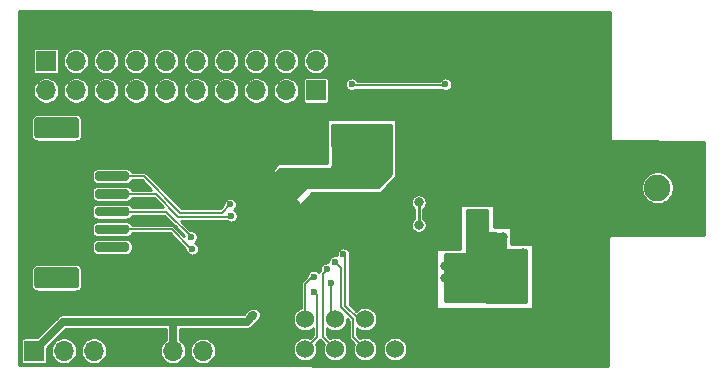
<source format=gbr>
%TF.GenerationSoftware,KiCad,Pcbnew,(5.1.6)-1*%
%TF.CreationDate,2020-09-08T20:54:55+07:00*%
%TF.ProjectId,RX_nrf24,52585f6e-7266-4323-942e-6b696361645f,rev?*%
%TF.SameCoordinates,Original*%
%TF.FileFunction,Copper,L2,Bot*%
%TF.FilePolarity,Positive*%
%FSLAX46Y46*%
G04 Gerber Fmt 4.6, Leading zero omitted, Abs format (unit mm)*
G04 Created by KiCad (PCBNEW (5.1.6)-1) date 2020-09-08 20:54:55*
%MOMM*%
%LPD*%
G01*
G04 APERTURE LIST*
%TA.AperFunction,ComponentPad*%
%ADD10C,1.524000*%
%TD*%
%TA.AperFunction,ComponentPad*%
%ADD11R,1.524000X1.524000*%
%TD*%
%TA.AperFunction,ComponentPad*%
%ADD12O,1.700000X1.700000*%
%TD*%
%TA.AperFunction,ComponentPad*%
%ADD13R,1.700000X1.700000*%
%TD*%
%TA.AperFunction,ComponentPad*%
%ADD14C,2.250000*%
%TD*%
%TA.AperFunction,ViaPad*%
%ADD15C,0.600000*%
%TD*%
%TA.AperFunction,ViaPad*%
%ADD16C,0.800000*%
%TD*%
%TA.AperFunction,Conductor*%
%ADD17C,0.150000*%
%TD*%
%TA.AperFunction,Conductor*%
%ADD18C,0.685800*%
%TD*%
%TA.AperFunction,Conductor*%
%ADD19C,0.250000*%
%TD*%
%TA.AperFunction,Conductor*%
%ADD20C,0.254000*%
%TD*%
G04 APERTURE END LIST*
D10*
%TO.P,nRF,8*%
%TO.N,IRQ*%
X173430000Y-114900000D03*
%TO.P,nRF,7*%
%TO.N,MISO*%
X173430000Y-112360000D03*
%TO.P,nRF,6*%
%TO.N,MOSI*%
X175970000Y-114900000D03*
%TO.P,nRF,5*%
%TO.N,SCK*%
X175970000Y-112360000D03*
%TO.P,nRF,4*%
%TO.N,CSN*%
X178510000Y-114900000D03*
%TO.P,nRF,3*%
%TO.N,CE*%
X178510000Y-112360000D03*
%TO.P,nRF,2*%
%TO.N,+3V3*%
X181050000Y-114900000D03*
D11*
%TO.P,nRF,1*%
%TO.N,GND*%
X181050000Y-112360000D03*
%TD*%
D12*
%TO.P,J4,10*%
%TO.N,P10*%
X151510000Y-93000000D03*
%TO.P,J4,9*%
%TO.N,P9*%
X154050000Y-93000000D03*
%TO.P,J4,8*%
%TO.N,P8*%
X156590000Y-93000000D03*
%TO.P,J4,7*%
%TO.N,P7*%
X159130000Y-93000000D03*
%TO.P,J4,6*%
%TO.N,P6*%
X161670000Y-93000000D03*
%TO.P,J4,5*%
%TO.N,P5*%
X164210000Y-93000000D03*
%TO.P,J4,4*%
%TO.N,P4*%
X166750000Y-93000000D03*
%TO.P,J4,3*%
%TO.N,P3*%
X169290000Y-93000000D03*
%TO.P,J4,2*%
%TO.N,P2*%
X171830000Y-93000000D03*
D13*
%TO.P,J4,1*%
%TO.N,P1*%
X174370000Y-93000000D03*
%TD*%
D14*
%TO.P,J3,1*%
%TO.N,RF_out*%
X203270000Y-101240000D03*
%TO.P,J3,2*%
%TO.N,GND*%
X200730000Y-103780000D03*
X205810000Y-103780000D03*
X205810000Y-98700000D03*
X200730000Y-98700000D03*
%TD*%
D12*
%TO.P,G,10*%
%TO.N,GND*%
X174360000Y-88000000D03*
%TO.P,G,9*%
X171820000Y-88000000D03*
%TO.P,G,8*%
X169280000Y-88000000D03*
%TO.P,G,7*%
X166740000Y-88000000D03*
%TO.P,G,6*%
X164200000Y-88000000D03*
%TO.P,G,5*%
X161660000Y-88000000D03*
%TO.P,G,4*%
X159120000Y-88000000D03*
%TO.P,G,3*%
X156580000Y-88000000D03*
%TO.P,G,2*%
X154040000Y-88000000D03*
D13*
%TO.P,G,1*%
X151500000Y-88000000D03*
%TD*%
D12*
%TO.P,3.3v,10*%
%TO.N,+3V3*%
X174360000Y-90500000D03*
%TO.P,3.3v,9*%
X171820000Y-90500000D03*
%TO.P,3.3v,8*%
X169280000Y-90500000D03*
%TO.P,3.3v,7*%
X166740000Y-90500000D03*
%TO.P,3.3v,6*%
X164200000Y-90500000D03*
%TO.P,3.3v,5*%
X161660000Y-90500000D03*
%TO.P,3.3v,4*%
X159120000Y-90500000D03*
%TO.P,3.3v,3*%
X156580000Y-90500000D03*
%TO.P,3.3v,2*%
X154040000Y-90500000D03*
D13*
%TO.P,3.3v,1*%
X151500000Y-90500000D03*
%TD*%
%TO.P,J6,MP*%
%TO.N,N/C*%
%TA.AperFunction,SMDPad,CuDef*%
G36*
G01*
X154050000Y-97050000D02*
X150750000Y-97050000D01*
G75*
G02*
X150500000Y-96800000I0J250000D01*
G01*
X150500000Y-95500000D01*
G75*
G02*
X150750000Y-95250000I250000J0D01*
G01*
X154050000Y-95250000D01*
G75*
G02*
X154300000Y-95500000I0J-250000D01*
G01*
X154300000Y-96800000D01*
G75*
G02*
X154050000Y-97050000I-250000J0D01*
G01*
G37*
%TD.AperFunction*%
%TA.AperFunction,SMDPad,CuDef*%
G36*
G01*
X154050000Y-109750000D02*
X150750000Y-109750000D01*
G75*
G02*
X150500000Y-109500000I0J250000D01*
G01*
X150500000Y-108200000D01*
G75*
G02*
X150750000Y-107950000I250000J0D01*
G01*
X154050000Y-107950000D01*
G75*
G02*
X154300000Y-108200000I0J-250000D01*
G01*
X154300000Y-109500000D01*
G75*
G02*
X154050000Y-109750000I-250000J0D01*
G01*
G37*
%TD.AperFunction*%
%TO.P,J6,6*%
%TO.N,GND*%
%TA.AperFunction,SMDPad,CuDef*%
G36*
G01*
X158350000Y-99150000D02*
X155850000Y-99150000D01*
G75*
G02*
X155650000Y-98950000I0J200000D01*
G01*
X155650000Y-98550000D01*
G75*
G02*
X155850000Y-98350000I200000J0D01*
G01*
X158350000Y-98350000D01*
G75*
G02*
X158550000Y-98550000I0J-200000D01*
G01*
X158550000Y-98950000D01*
G75*
G02*
X158350000Y-99150000I-200000J0D01*
G01*
G37*
%TD.AperFunction*%
%TO.P,J6,5*%
%TO.N,UART3_TX*%
%TA.AperFunction,SMDPad,CuDef*%
G36*
G01*
X158350000Y-100650000D02*
X155850000Y-100650000D01*
G75*
G02*
X155650000Y-100450000I0J200000D01*
G01*
X155650000Y-100050000D01*
G75*
G02*
X155850000Y-99850000I200000J0D01*
G01*
X158350000Y-99850000D01*
G75*
G02*
X158550000Y-100050000I0J-200000D01*
G01*
X158550000Y-100450000D01*
G75*
G02*
X158350000Y-100650000I-200000J0D01*
G01*
G37*
%TD.AperFunction*%
%TO.P,J6,4*%
%TO.N,UART3_RX*%
%TA.AperFunction,SMDPad,CuDef*%
G36*
G01*
X158350000Y-102150000D02*
X155850000Y-102150000D01*
G75*
G02*
X155650000Y-101950000I0J200000D01*
G01*
X155650000Y-101550000D01*
G75*
G02*
X155850000Y-101350000I200000J0D01*
G01*
X158350000Y-101350000D01*
G75*
G02*
X158550000Y-101550000I0J-200000D01*
G01*
X158550000Y-101950000D01*
G75*
G02*
X158350000Y-102150000I-200000J0D01*
G01*
G37*
%TD.AperFunction*%
%TO.P,J6,3*%
%TO.N,UART3_CTS*%
%TA.AperFunction,SMDPad,CuDef*%
G36*
G01*
X158350000Y-103650000D02*
X155850000Y-103650000D01*
G75*
G02*
X155650000Y-103450000I0J200000D01*
G01*
X155650000Y-103050000D01*
G75*
G02*
X155850000Y-102850000I200000J0D01*
G01*
X158350000Y-102850000D01*
G75*
G02*
X158550000Y-103050000I0J-200000D01*
G01*
X158550000Y-103450000D01*
G75*
G02*
X158350000Y-103650000I-200000J0D01*
G01*
G37*
%TD.AperFunction*%
%TO.P,J6,2*%
%TO.N,UART3_RTS*%
%TA.AperFunction,SMDPad,CuDef*%
G36*
G01*
X158350000Y-105150000D02*
X155850000Y-105150000D01*
G75*
G02*
X155650000Y-104950000I0J200000D01*
G01*
X155650000Y-104550000D01*
G75*
G02*
X155850000Y-104350000I200000J0D01*
G01*
X158350000Y-104350000D01*
G75*
G02*
X158550000Y-104550000I0J-200000D01*
G01*
X158550000Y-104950000D01*
G75*
G02*
X158350000Y-105150000I-200000J0D01*
G01*
G37*
%TD.AperFunction*%
%TO.P,J6,1*%
%TO.N,+5V*%
%TA.AperFunction,SMDPad,CuDef*%
G36*
G01*
X158350000Y-106650000D02*
X155850000Y-106650000D01*
G75*
G02*
X155650000Y-106450000I0J200000D01*
G01*
X155650000Y-106050000D01*
G75*
G02*
X155850000Y-105850000I200000J0D01*
G01*
X158350000Y-105850000D01*
G75*
G02*
X158550000Y-106050000I0J-200000D01*
G01*
X158550000Y-106450000D01*
G75*
G02*
X158350000Y-106650000I-200000J0D01*
G01*
G37*
%TD.AperFunction*%
%TD*%
D12*
%TO.P,+3.3V CLK DIO GND,4*%
%TO.N,GND*%
X158100000Y-115040000D03*
%TO.P,+3.3V CLK DIO GND,3*%
%TO.N,SWDIO*%
X155560000Y-115040000D03*
%TO.P,+3.3V CLK DIO GND,2*%
%TO.N,SWCLK*%
X153020000Y-115040000D03*
D13*
%TO.P,+3.3V CLK DIO GND,1*%
%TO.N,+3V3*%
X150480000Y-115040000D03*
%TD*%
D12*
%TO.P,BOOT,3*%
%TO.N,+3V3*%
X162250000Y-115050000D03*
%TO.P,BOOT,2*%
%TO.N,BOOT0*%
X164790000Y-115050000D03*
D13*
%TO.P,BOOT,1*%
%TO.N,GND*%
X167330000Y-115050000D03*
%TD*%
D15*
%TO.N,GND*%
X151650000Y-99590000D03*
X151570000Y-101430000D03*
X157750000Y-98590000D03*
X188570000Y-94140000D03*
X186150000Y-105980000D03*
X156710000Y-97700000D03*
X188740000Y-104530000D03*
D16*
X189855000Y-97605000D03*
X184837500Y-97637500D03*
X186220000Y-107140000D03*
X190170000Y-106690000D03*
X190155000Y-105395000D03*
X188150000Y-110560000D03*
X186880000Y-110560000D03*
X185720000Y-110150000D03*
X188925000Y-105385000D03*
X185320001Y-107829999D03*
X185320001Y-108859999D03*
X171300000Y-100810000D03*
D15*
X158290000Y-109740000D03*
X187090000Y-100990000D03*
X187970000Y-100960000D03*
X187990000Y-101860000D03*
X187100000Y-101860000D03*
X192430000Y-93200000D03*
X189055000Y-89705000D03*
X163225000Y-99800000D03*
X191500000Y-100000000D03*
X192500000Y-100000000D03*
X193500000Y-100000000D03*
X194500000Y-100000000D03*
X195500000Y-100000000D03*
X196500000Y-100000000D03*
X197500000Y-100000000D03*
X198500000Y-100000000D03*
X199500000Y-100000000D03*
X194010000Y-102360000D03*
X195020000Y-102350000D03*
X196000000Y-102340000D03*
X197030000Y-102340000D03*
X198500000Y-98500000D03*
X197500000Y-98500000D03*
X196500000Y-98500000D03*
X195500000Y-98500000D03*
X194500000Y-98500000D03*
X194500000Y-97000000D03*
X195500000Y-97000000D03*
X196500000Y-97000000D03*
X197500000Y-97000000D03*
X198500000Y-97000000D03*
X198500000Y-95500000D03*
X197500000Y-95500000D03*
X196500000Y-95500000D03*
X195500000Y-95500000D03*
X198500000Y-94000000D03*
X197500000Y-94000000D03*
X196500000Y-94000000D03*
X195500000Y-94000000D03*
X195500000Y-92500000D03*
X196500000Y-92500000D03*
X197500000Y-92500000D03*
X198500000Y-92500000D03*
X198500000Y-91000000D03*
X197500000Y-91000000D03*
X196500000Y-91000000D03*
X195500000Y-91000000D03*
X194500000Y-91000000D03*
X193500000Y-91000000D03*
X192500000Y-91000000D03*
X198500000Y-89500000D03*
X197500000Y-89500000D03*
X196500000Y-89500000D03*
X195500000Y-89500000D03*
X194500000Y-89500000D03*
X193500000Y-89500000D03*
X192500000Y-89500000D03*
X192500000Y-88000000D03*
X193500000Y-88000000D03*
X194500000Y-88000000D03*
X195500000Y-88000000D03*
X196500000Y-88000000D03*
X197500000Y-88000000D03*
X198500000Y-88000000D03*
X198500000Y-104500000D03*
X198500000Y-106000000D03*
X198500000Y-107500000D03*
X191500000Y-88000000D03*
X191500000Y-89500000D03*
X191500000Y-91000000D03*
X190500000Y-91000000D03*
X190500000Y-89500000D03*
X190500000Y-88000000D03*
X198500000Y-109000000D03*
X198500000Y-110500000D03*
X198500000Y-112000000D03*
X198500000Y-113500000D03*
X198500000Y-115000000D03*
X197000000Y-106000000D03*
X197000000Y-107500000D03*
X197000000Y-109000000D03*
X197000000Y-110500000D03*
X197000000Y-112000000D03*
X197000000Y-113500000D03*
X197000000Y-115000000D03*
X195500000Y-115000000D03*
X195500000Y-113500000D03*
X195500000Y-112000000D03*
X195500000Y-110500000D03*
X195500000Y-109000000D03*
X195500000Y-107500000D03*
X194000000Y-107500000D03*
X194000000Y-109000000D03*
X194000000Y-110500000D03*
X194000000Y-112000000D03*
X194000000Y-113500000D03*
X194000000Y-115000000D03*
X192500000Y-115000000D03*
X192500000Y-113500000D03*
X192500000Y-112000000D03*
X191000000Y-112000000D03*
X191000000Y-113500000D03*
X191000000Y-115000000D03*
X189500000Y-115000000D03*
X189500000Y-113500000D03*
X189500000Y-112000000D03*
X188000000Y-112000000D03*
X188000000Y-113500000D03*
X188000000Y-115000000D03*
X186500000Y-115000000D03*
X186500000Y-113500000D03*
X186500000Y-112000000D03*
X185000000Y-112000000D03*
X185000000Y-113500000D03*
X185000000Y-115000000D03*
X183500000Y-98500000D03*
X183500000Y-97500000D03*
X183500000Y-96000000D03*
X183500000Y-95000000D03*
X183500000Y-92000000D03*
X183500000Y-90500000D03*
X183500000Y-89000000D03*
X182000000Y-89000000D03*
X181000000Y-89000000D03*
X179500000Y-89000000D03*
X162000000Y-100000000D03*
X161000000Y-99000000D03*
X160000000Y-98000000D03*
X159000000Y-97500000D03*
X162500000Y-99000000D03*
X162000000Y-98000000D03*
X161000000Y-97500000D03*
X164500000Y-99500000D03*
X165000000Y-100500000D03*
X163500000Y-99000000D03*
X163000000Y-98000000D03*
X162000000Y-97000000D03*
X160000000Y-97000000D03*
X160500000Y-106500000D03*
X161500000Y-107000000D03*
X162500000Y-107500000D03*
X164500000Y-107500000D03*
X165500000Y-107500000D03*
X168000000Y-105000000D03*
X169000000Y-106000000D03*
X170000000Y-105000000D03*
X171000000Y-104000000D03*
X172000000Y-103000000D03*
X173000000Y-104000000D03*
X172000000Y-105000000D03*
X171000000Y-106000000D03*
X170000000Y-107000000D03*
X170000000Y-103000000D03*
X169000000Y-104000000D03*
X171000000Y-102000000D03*
X169000000Y-102000000D03*
X182420000Y-106340000D03*
X181500000Y-107500000D03*
X181500000Y-108500000D03*
X181500000Y-109500000D03*
X181500000Y-110500000D03*
X180000000Y-110500000D03*
X178500000Y-110500000D03*
X180000000Y-109500000D03*
X180000000Y-108500000D03*
X181500000Y-106500000D03*
X178500000Y-109500000D03*
X161500000Y-111500000D03*
X161500000Y-110500000D03*
X162500000Y-110500000D03*
X162500000Y-111500000D03*
X163500000Y-110500000D03*
X163500000Y-111500000D03*
X166000000Y-111500000D03*
X164500000Y-110500000D03*
X183850000Y-107930000D03*
X183850000Y-108750000D03*
X183850000Y-109830000D03*
X183760000Y-110870000D03*
X183760000Y-111730000D03*
X183760000Y-112870000D03*
X183730000Y-113930000D03*
X182950000Y-114680000D03*
X189480000Y-93160000D03*
X190480000Y-93130000D03*
X191430000Y-93140000D03*
X187490000Y-95340000D03*
X187370000Y-96300000D03*
X189460000Y-88010000D03*
X182260000Y-88000000D03*
X179910000Y-88000000D03*
X158300000Y-99270000D03*
X155830000Y-111110000D03*
X152340000Y-103420000D03*
X151180000Y-98490000D03*
X152750000Y-98830000D03*
X153910000Y-98780000D03*
X154710000Y-98540000D03*
X154760000Y-97690000D03*
X152800000Y-99640000D03*
X152090000Y-100580000D03*
X151250000Y-100600000D03*
X154850000Y-96150000D03*
X154475000Y-94325000D03*
X157170000Y-94930000D03*
X160180000Y-95010000D03*
X158960000Y-94410000D03*
X162640000Y-94510000D03*
X161740000Y-94500000D03*
X166040000Y-95190000D03*
X165420000Y-94340000D03*
X167480000Y-95560000D03*
X168250000Y-96490000D03*
X168000000Y-94630000D03*
X168350000Y-95430000D03*
X170150000Y-95770000D03*
X170390000Y-94330000D03*
X170000000Y-94960000D03*
X170510000Y-92020000D03*
X168020000Y-91930000D03*
X165300000Y-91840000D03*
X172990000Y-91830000D03*
X160680000Y-91950000D03*
X162930000Y-91940000D03*
X157810000Y-91800000D03*
X155260000Y-91800000D03*
X153040000Y-91800000D03*
X173210000Y-89120000D03*
X160020000Y-115130000D03*
X197170000Y-103470000D03*
X196980000Y-104520000D03*
X198900000Y-102320000D03*
D16*
X189400000Y-110560000D03*
X190560000Y-110560000D03*
X191850000Y-110510000D03*
X191870000Y-109410000D03*
X191880000Y-108140000D03*
X191870000Y-106740000D03*
D15*
X199850000Y-102310000D03*
X197990000Y-102340000D03*
X175850000Y-99640000D03*
X180410000Y-99630000D03*
X180410000Y-98850000D03*
X180410000Y-97970000D03*
X180410000Y-97060000D03*
X180410000Y-96170000D03*
X179645000Y-96175000D03*
X178775000Y-96175000D03*
X177835000Y-96175000D03*
X177035000Y-96175000D03*
X176165000Y-96175000D03*
X179387500Y-100887500D03*
X175950000Y-98010000D03*
X181340000Y-94460000D03*
X181320000Y-93660000D03*
X180430000Y-93180000D03*
X180570000Y-93880000D03*
X180180000Y-91600000D03*
X179280000Y-91700000D03*
X177710000Y-94410000D03*
X178770000Y-94420000D03*
X179590000Y-94910000D03*
X178420000Y-95020000D03*
X176850000Y-95040000D03*
X175910000Y-95030000D03*
X176750000Y-93940000D03*
X178480000Y-91380000D03*
X172090000Y-110710000D03*
X172070000Y-111920000D03*
X172020000Y-113150000D03*
X171570000Y-114810000D03*
X170610000Y-115330000D03*
X169820000Y-115830000D03*
X171590000Y-115710000D03*
X171720000Y-114040000D03*
X155990000Y-113590000D03*
X154200000Y-113670000D03*
X171700000Y-96925000D03*
X171675000Y-96050000D03*
X171700000Y-95120000D03*
X150975000Y-94475000D03*
%TO.N,NRST*%
X185325000Y-92475000D03*
X177375000Y-92475000D03*
D16*
%TO.N,+5V*%
X156310000Y-106240000D03*
%TO.N,+3V3*%
X168960000Y-112110000D03*
D15*
X157610000Y-112560000D03*
%TO.N,CE*%
X176680000Y-106850000D03*
%TO.N,CSN*%
X175980000Y-107490000D03*
%TO.N,MOSI*%
X175260000Y-108120000D03*
%TO.N,MISO*%
X174175000Y-108750000D03*
D16*
%TO.N,SCK*%
X183050000Y-102470000D03*
X183050000Y-104410000D03*
D15*
X175610000Y-109300000D03*
%TO.N,IRQ*%
X174230000Y-110030000D03*
%TO.N,UART3_TX*%
X167090000Y-102640000D03*
%TO.N,UART3_RX*%
X167180000Y-103620000D03*
%TO.N,UART3_CTS*%
X163795289Y-105395289D03*
%TO.N,UART3_RTS*%
X163890000Y-106410000D03*
%TD*%
D17*
%TO.N,NRST*%
X177475001Y-92575001D02*
X177375000Y-92475000D01*
X185325000Y-92475000D02*
X185224999Y-92575001D01*
X185224999Y-92575001D02*
X177475001Y-92575001D01*
D18*
%TO.N,+3V3*%
X150480000Y-115040000D02*
X152960000Y-112560000D01*
X168510000Y-112560000D02*
X168960000Y-112110000D01*
X162250000Y-112630000D02*
X162180000Y-112560000D01*
X152960000Y-112560000D02*
X157610000Y-112560000D01*
X162250000Y-115050000D02*
X162250000Y-112630000D01*
X162180000Y-112560000D02*
X168510000Y-112560000D01*
X168960000Y-112110000D02*
X169070000Y-112000000D01*
X157610000Y-112560000D02*
X162180000Y-112560000D01*
D17*
%TO.N,CE*%
X178510000Y-112360000D02*
X177999750Y-112360000D01*
X176860010Y-111220260D02*
X176860010Y-107030010D01*
X176860010Y-107030010D02*
X176680000Y-106850000D01*
X177999750Y-112360000D02*
X176860010Y-111220260D01*
%TO.N,CSN*%
X175980000Y-107490000D02*
X176510000Y-108020000D01*
X177472999Y-113862999D02*
X178510000Y-114900000D01*
X177472999Y-112328237D02*
X177472999Y-113862999D01*
X176510000Y-111365238D02*
X177472999Y-112328237D01*
X176510000Y-108020000D02*
X176510000Y-111365238D01*
%TO.N,MOSI*%
X175260000Y-108180000D02*
X175260000Y-108120000D01*
X175970000Y-114900000D02*
X174932999Y-113862999D01*
X174932999Y-108507001D02*
X175260000Y-108180000D01*
X174932999Y-113862999D02*
X174932999Y-108507001D01*
%TO.N,MISO*%
X173430000Y-109400000D02*
X173430000Y-112360000D01*
X174110000Y-108720000D02*
X173430000Y-109400000D01*
D19*
%TO.N,SCK*%
X183050000Y-102800000D02*
X183075000Y-102775000D01*
X183050000Y-102980000D02*
X183050000Y-102470000D01*
X183050000Y-102980000D02*
X183050000Y-102800000D01*
X183050000Y-102470000D02*
X183050000Y-102320000D01*
X183050000Y-104410000D02*
X183050000Y-102980000D01*
D17*
X175610000Y-112000000D02*
X175970000Y-112360000D01*
X175610000Y-109300000D02*
X175610000Y-112000000D01*
%TO.N,IRQ*%
X174467001Y-113862999D02*
X173430000Y-114900000D01*
X174467001Y-110267001D02*
X174467001Y-113862999D01*
X174230000Y-110030000D02*
X174467001Y-110267001D01*
%TO.N,UART3_TX*%
X159500000Y-100250000D02*
X158325000Y-100250000D01*
X159775000Y-100250000D02*
X162855000Y-103330000D01*
X158325000Y-100250000D02*
X159775000Y-100250000D01*
X162855000Y-103330000D02*
X166400000Y-103330000D01*
X166400000Y-103330000D02*
X167090000Y-102640000D01*
X167090000Y-102640000D02*
X167090000Y-102640000D01*
%TO.N,UART3_RX*%
X162710022Y-103680010D02*
X160780012Y-101750000D01*
X167180000Y-103620000D02*
X167155000Y-103620000D01*
X160780012Y-101750000D02*
X158325000Y-101750000D01*
X167094990Y-103680010D02*
X162710022Y-103680010D01*
X167155000Y-103620000D02*
X167094990Y-103680010D01*
%TO.N,UART3_CTS*%
X161650000Y-103250000D02*
X163760000Y-105360000D01*
X158325000Y-103250000D02*
X161650000Y-103250000D01*
%TO.N,UART3_RTS*%
X158325000Y-104750000D02*
X159250000Y-104750000D01*
X162150998Y-104750000D02*
X163810998Y-106410000D01*
X163810998Y-106410000D02*
X163890000Y-106410000D01*
X158325000Y-104750000D02*
X162150998Y-104750000D01*
X163890000Y-106410000D02*
X163890000Y-106410000D01*
%TD*%
D20*
%TO.N,GND*%
G36*
X188873000Y-105170000D02*
G01*
X188875440Y-105194776D01*
X188882667Y-105218601D01*
X188894403Y-105240557D01*
X188910197Y-105259803D01*
X188929443Y-105275597D01*
X188951399Y-105287333D01*
X188975224Y-105294560D01*
X189000000Y-105297000D01*
X190323000Y-105297000D01*
X190323000Y-106400000D01*
X190325440Y-106424776D01*
X190332667Y-106448601D01*
X190344403Y-106470557D01*
X190360197Y-106489803D01*
X190363616Y-106492609D01*
X190363003Y-106579099D01*
X190365268Y-106603892D01*
X190372326Y-106627767D01*
X190383906Y-106649807D01*
X190399563Y-106669163D01*
X190418695Y-106685094D01*
X190440568Y-106696985D01*
X190464341Y-106704381D01*
X190490000Y-106707000D01*
X192103000Y-106707000D01*
X192103000Y-110872805D01*
X185316702Y-110863179D01*
X185307912Y-107127000D01*
X186990000Y-107127000D01*
X187014776Y-107124560D01*
X187038601Y-107117333D01*
X187060557Y-107105597D01*
X187079803Y-107089803D01*
X187095597Y-107070557D01*
X187107333Y-107048601D01*
X187114560Y-107024776D01*
X187117000Y-107000000D01*
X187117000Y-106789224D01*
X187117333Y-106788601D01*
X187124560Y-106764776D01*
X187127000Y-106740000D01*
X187127000Y-103167000D01*
X188873000Y-103167000D01*
X188873000Y-105170000D01*
G37*
X188873000Y-105170000D02*
X188875440Y-105194776D01*
X188882667Y-105218601D01*
X188894403Y-105240557D01*
X188910197Y-105259803D01*
X188929443Y-105275597D01*
X188951399Y-105287333D01*
X188975224Y-105294560D01*
X189000000Y-105297000D01*
X190323000Y-105297000D01*
X190323000Y-106400000D01*
X190325440Y-106424776D01*
X190332667Y-106448601D01*
X190344403Y-106470557D01*
X190360197Y-106489803D01*
X190363616Y-106492609D01*
X190363003Y-106579099D01*
X190365268Y-106603892D01*
X190372326Y-106627767D01*
X190383906Y-106649807D01*
X190399563Y-106669163D01*
X190418695Y-106685094D01*
X190440568Y-106696985D01*
X190464341Y-106704381D01*
X190490000Y-106707000D01*
X192103000Y-106707000D01*
X192103000Y-110872805D01*
X185316702Y-110863179D01*
X185307912Y-107127000D01*
X186990000Y-107127000D01*
X187014776Y-107124560D01*
X187038601Y-107117333D01*
X187060557Y-107105597D01*
X187079803Y-107089803D01*
X187095597Y-107070557D01*
X187107333Y-107048601D01*
X187114560Y-107024776D01*
X187117000Y-107000000D01*
X187117000Y-106789224D01*
X187117333Y-106788601D01*
X187124560Y-106764776D01*
X187127000Y-106740000D01*
X187127000Y-103167000D01*
X188873000Y-103167000D01*
X188873000Y-105170000D01*
G36*
X180633000Y-100074255D02*
G01*
X179590481Y-101033000D01*
X174960000Y-101033000D01*
X174958725Y-101033006D01*
X171037712Y-101072364D01*
X169982088Y-99676147D01*
X170761643Y-99673533D01*
X170710841Y-99741379D01*
X170703152Y-99752909D01*
X170692652Y-99775482D01*
X170686758Y-99799671D01*
X170685696Y-99824545D01*
X170689506Y-99849148D01*
X170698044Y-99872534D01*
X170710980Y-99893806D01*
X170727817Y-99912146D01*
X170822817Y-99997146D01*
X170843313Y-100012086D01*
X170865925Y-100022502D01*
X170890135Y-100028307D01*
X170915013Y-100029278D01*
X170939601Y-100025376D01*
X170962957Y-100016752D01*
X170984180Y-100003738D01*
X171002458Y-99986833D01*
X171281951Y-99672129D01*
X175669714Y-99682000D01*
X175696105Y-99679288D01*
X175719851Y-99671807D01*
X175741681Y-99659837D01*
X175760757Y-99643838D01*
X175775755Y-99625159D01*
X175782603Y-99619501D01*
X175798333Y-99600203D01*
X175809995Y-99578207D01*
X175817142Y-99554359D01*
X175819495Y-99528896D01*
X175788281Y-95936945D01*
X180633000Y-95927407D01*
X180633000Y-100074255D01*
G37*
X180633000Y-100074255D02*
X179590481Y-101033000D01*
X174960000Y-101033000D01*
X174958725Y-101033006D01*
X171037712Y-101072364D01*
X169982088Y-99676147D01*
X170761643Y-99673533D01*
X170710841Y-99741379D01*
X170703152Y-99752909D01*
X170692652Y-99775482D01*
X170686758Y-99799671D01*
X170685696Y-99824545D01*
X170689506Y-99849148D01*
X170698044Y-99872534D01*
X170710980Y-99893806D01*
X170727817Y-99912146D01*
X170822817Y-99997146D01*
X170843313Y-100012086D01*
X170865925Y-100022502D01*
X170890135Y-100028307D01*
X170915013Y-100029278D01*
X170939601Y-100025376D01*
X170962957Y-100016752D01*
X170984180Y-100003738D01*
X171002458Y-99986833D01*
X171281951Y-99672129D01*
X175669714Y-99682000D01*
X175696105Y-99679288D01*
X175719851Y-99671807D01*
X175741681Y-99659837D01*
X175760757Y-99643838D01*
X175775755Y-99625159D01*
X175782603Y-99619501D01*
X175798333Y-99600203D01*
X175809995Y-99578207D01*
X175817142Y-99554359D01*
X175819495Y-99528896D01*
X175788281Y-95936945D01*
X180633000Y-95927407D01*
X180633000Y-100074255D01*
G36*
X199238000Y-86351344D02*
G01*
X199238001Y-96994972D01*
X199236540Y-97009618D01*
X199238001Y-97024647D01*
X199238001Y-97024833D01*
X199239399Y-97039024D01*
X199242296Y-97068827D01*
X199242352Y-97069014D01*
X199242371Y-97069202D01*
X199250801Y-97096990D01*
X199259493Y-97125775D01*
X199259585Y-97125948D01*
X199259640Y-97126129D01*
X199273346Y-97151772D01*
X199287469Y-97178276D01*
X199287593Y-97178427D01*
X199287682Y-97178594D01*
X199306192Y-97201148D01*
X199325151Y-97224308D01*
X199325301Y-97224431D01*
X199325422Y-97224579D01*
X199348264Y-97243326D01*
X199371089Y-97262106D01*
X199371258Y-97262196D01*
X199371407Y-97262319D01*
X199397557Y-97276296D01*
X199423518Y-97290214D01*
X199423702Y-97290270D01*
X199423872Y-97290361D01*
X199452282Y-97298979D01*
X199480424Y-97307555D01*
X199480614Y-97307574D01*
X199480799Y-97307630D01*
X199510328Y-97310539D01*
X199524787Y-97311981D01*
X199524976Y-97311981D01*
X199540000Y-97313461D01*
X199554645Y-97312019D01*
X207178354Y-97321620D01*
X207187646Y-105238000D01*
X199374975Y-105238000D01*
X199360284Y-105236539D01*
X199345308Y-105238000D01*
X199345167Y-105238000D01*
X199330422Y-105239452D01*
X199301078Y-105242315D01*
X199300943Y-105242356D01*
X199300798Y-105242370D01*
X199272111Y-105251072D01*
X199244135Y-105259530D01*
X199244009Y-105259597D01*
X199243871Y-105259639D01*
X199217567Y-105273698D01*
X199191643Y-105287523D01*
X199191533Y-105287613D01*
X199191406Y-105287681D01*
X199168220Y-105306710D01*
X199145623Y-105325220D01*
X199145534Y-105325328D01*
X199145421Y-105325421D01*
X199126332Y-105348680D01*
X199107840Y-105371169D01*
X199107773Y-105371294D01*
X199107681Y-105371406D01*
X199093403Y-105398120D01*
X199079749Y-105423608D01*
X199079709Y-105423741D01*
X199079639Y-105423871D01*
X199070855Y-105452829D01*
X199062426Y-105480519D01*
X199062412Y-105480659D01*
X199062370Y-105480798D01*
X199059383Y-105511123D01*
X199058015Y-105524884D01*
X199058015Y-105525015D01*
X199056539Y-105540000D01*
X199057987Y-105554702D01*
X199048015Y-116175018D01*
X199048000Y-116175168D01*
X199048000Y-116190704D01*
X199047987Y-116204549D01*
X199048000Y-116204682D01*
X199048000Y-116287880D01*
X149192000Y-116268121D01*
X149192000Y-114190000D01*
X149351660Y-114190000D01*
X149351660Y-115890000D01*
X149357008Y-115944301D01*
X149372847Y-115996516D01*
X149398569Y-116044637D01*
X149433184Y-116086816D01*
X149475363Y-116121431D01*
X149523484Y-116147153D01*
X149575699Y-116162992D01*
X149630000Y-116168340D01*
X151330000Y-116168340D01*
X151384301Y-116162992D01*
X151436516Y-116147153D01*
X151484637Y-116121431D01*
X151526816Y-116086816D01*
X151561431Y-116044637D01*
X151587153Y-115996516D01*
X151602992Y-115944301D01*
X151608340Y-115890000D01*
X151608340Y-114929000D01*
X151893000Y-114929000D01*
X151893000Y-115151000D01*
X151936310Y-115368734D01*
X152021266Y-115573835D01*
X152144602Y-115758421D01*
X152301579Y-115915398D01*
X152486165Y-116038734D01*
X152691266Y-116123690D01*
X152909000Y-116167000D01*
X153131000Y-116167000D01*
X153348734Y-116123690D01*
X153553835Y-116038734D01*
X153738421Y-115915398D01*
X153895398Y-115758421D01*
X154018734Y-115573835D01*
X154103690Y-115368734D01*
X154147000Y-115151000D01*
X154147000Y-114929000D01*
X154433000Y-114929000D01*
X154433000Y-115151000D01*
X154476310Y-115368734D01*
X154561266Y-115573835D01*
X154684602Y-115758421D01*
X154841579Y-115915398D01*
X155026165Y-116038734D01*
X155231266Y-116123690D01*
X155449000Y-116167000D01*
X155671000Y-116167000D01*
X155888734Y-116123690D01*
X156093835Y-116038734D01*
X156278421Y-115915398D01*
X156435398Y-115758421D01*
X156558734Y-115573835D01*
X156643690Y-115368734D01*
X156687000Y-115151000D01*
X156687000Y-114929000D01*
X156643690Y-114711266D01*
X156558734Y-114506165D01*
X156435398Y-114321579D01*
X156278421Y-114164602D01*
X156093835Y-114041266D01*
X155888734Y-113956310D01*
X155671000Y-113913000D01*
X155449000Y-113913000D01*
X155231266Y-113956310D01*
X155026165Y-114041266D01*
X154841579Y-114164602D01*
X154684602Y-114321579D01*
X154561266Y-114506165D01*
X154476310Y-114711266D01*
X154433000Y-114929000D01*
X154147000Y-114929000D01*
X154103690Y-114711266D01*
X154018734Y-114506165D01*
X153895398Y-114321579D01*
X153738421Y-114164602D01*
X153553835Y-114041266D01*
X153348734Y-113956310D01*
X153131000Y-113913000D01*
X152909000Y-113913000D01*
X152691266Y-113956310D01*
X152486165Y-114041266D01*
X152301579Y-114164602D01*
X152144602Y-114321579D01*
X152021266Y-114506165D01*
X151936310Y-114711266D01*
X151893000Y-114929000D01*
X151608340Y-114929000D01*
X151608340Y-114788330D01*
X153216771Y-113179900D01*
X161630101Y-113179900D01*
X161630100Y-114108772D01*
X161531579Y-114174602D01*
X161374602Y-114331579D01*
X161251266Y-114516165D01*
X161166310Y-114721266D01*
X161123000Y-114939000D01*
X161123000Y-115161000D01*
X161166310Y-115378734D01*
X161251266Y-115583835D01*
X161374602Y-115768421D01*
X161531579Y-115925398D01*
X161716165Y-116048734D01*
X161921266Y-116133690D01*
X162139000Y-116177000D01*
X162361000Y-116177000D01*
X162578734Y-116133690D01*
X162783835Y-116048734D01*
X162968421Y-115925398D01*
X163125398Y-115768421D01*
X163248734Y-115583835D01*
X163333690Y-115378734D01*
X163377000Y-115161000D01*
X163377000Y-114939000D01*
X163663000Y-114939000D01*
X163663000Y-115161000D01*
X163706310Y-115378734D01*
X163791266Y-115583835D01*
X163914602Y-115768421D01*
X164071579Y-115925398D01*
X164256165Y-116048734D01*
X164461266Y-116133690D01*
X164679000Y-116177000D01*
X164901000Y-116177000D01*
X165118734Y-116133690D01*
X165323835Y-116048734D01*
X165508421Y-115925398D01*
X165665398Y-115768421D01*
X165788734Y-115583835D01*
X165873690Y-115378734D01*
X165917000Y-115161000D01*
X165917000Y-114939000D01*
X165873690Y-114721266D01*
X165788734Y-114516165D01*
X165665398Y-114331579D01*
X165508421Y-114174602D01*
X165323835Y-114051266D01*
X165118734Y-113966310D01*
X164901000Y-113923000D01*
X164679000Y-113923000D01*
X164461266Y-113966310D01*
X164256165Y-114051266D01*
X164071579Y-114174602D01*
X163914602Y-114331579D01*
X163791266Y-114516165D01*
X163706310Y-114721266D01*
X163663000Y-114939000D01*
X163377000Y-114939000D01*
X163333690Y-114721266D01*
X163248734Y-114516165D01*
X163125398Y-114331579D01*
X162968421Y-114174602D01*
X162869900Y-114108773D01*
X162869900Y-113179900D01*
X168479559Y-113179900D01*
X168510000Y-113182898D01*
X168540441Y-113179900D01*
X168540449Y-113179900D01*
X168631522Y-113170930D01*
X168748373Y-113135484D01*
X168856064Y-113077922D01*
X168950456Y-113000456D01*
X168969870Y-112976800D01*
X169205636Y-112741034D01*
X169280680Y-112709950D01*
X169391563Y-112635860D01*
X169485860Y-112541563D01*
X169559950Y-112430680D01*
X169610984Y-112307474D01*
X169612428Y-112300215D01*
X169635170Y-112257667D01*
X172391000Y-112257667D01*
X172391000Y-112462333D01*
X172430928Y-112663065D01*
X172509250Y-112852151D01*
X172622956Y-113022324D01*
X172767676Y-113167044D01*
X172937849Y-113280750D01*
X173126935Y-113359072D01*
X173327667Y-113399000D01*
X173532333Y-113399000D01*
X173733065Y-113359072D01*
X173922151Y-113280750D01*
X174092324Y-113167044D01*
X174115002Y-113144366D01*
X174115002Y-113717195D01*
X173873217Y-113958981D01*
X173733065Y-113900928D01*
X173532333Y-113861000D01*
X173327667Y-113861000D01*
X173126935Y-113900928D01*
X172937849Y-113979250D01*
X172767676Y-114092956D01*
X172622956Y-114237676D01*
X172509250Y-114407849D01*
X172430928Y-114596935D01*
X172391000Y-114797667D01*
X172391000Y-115002333D01*
X172430928Y-115203065D01*
X172509250Y-115392151D01*
X172622956Y-115562324D01*
X172767676Y-115707044D01*
X172937849Y-115820750D01*
X173126935Y-115899072D01*
X173327667Y-115939000D01*
X173532333Y-115939000D01*
X173733065Y-115899072D01*
X173922151Y-115820750D01*
X174092324Y-115707044D01*
X174237044Y-115562324D01*
X174350750Y-115392151D01*
X174429072Y-115203065D01*
X174469000Y-115002333D01*
X174469000Y-114797667D01*
X174429072Y-114596935D01*
X174371019Y-114456783D01*
X174700000Y-114127803D01*
X175028981Y-114456783D01*
X174970928Y-114596935D01*
X174931000Y-114797667D01*
X174931000Y-115002333D01*
X174970928Y-115203065D01*
X175049250Y-115392151D01*
X175162956Y-115562324D01*
X175307676Y-115707044D01*
X175477849Y-115820750D01*
X175666935Y-115899072D01*
X175867667Y-115939000D01*
X176072333Y-115939000D01*
X176273065Y-115899072D01*
X176462151Y-115820750D01*
X176632324Y-115707044D01*
X176777044Y-115562324D01*
X176890750Y-115392151D01*
X176969072Y-115203065D01*
X177009000Y-115002333D01*
X177009000Y-114797667D01*
X176969072Y-114596935D01*
X176890750Y-114407849D01*
X176777044Y-114237676D01*
X176632324Y-114092956D01*
X176462151Y-113979250D01*
X176273065Y-113900928D01*
X176072333Y-113861000D01*
X175867667Y-113861000D01*
X175666935Y-113900928D01*
X175526783Y-113958981D01*
X175284999Y-113717197D01*
X175284999Y-113144367D01*
X175307676Y-113167044D01*
X175477849Y-113280750D01*
X175666935Y-113359072D01*
X175867667Y-113399000D01*
X176072333Y-113399000D01*
X176273065Y-113359072D01*
X176462151Y-113280750D01*
X176632324Y-113167044D01*
X176777044Y-113022324D01*
X176890750Y-112852151D01*
X176969072Y-112663065D01*
X177009000Y-112462333D01*
X177009000Y-112362041D01*
X177120999Y-112474040D01*
X177121000Y-113845700D01*
X177119296Y-113862999D01*
X177123032Y-113900928D01*
X177126093Y-113932003D01*
X177144652Y-113993184D01*
X177146221Y-113998355D01*
X177178906Y-114059506D01*
X177198585Y-114083484D01*
X177222894Y-114113105D01*
X177236327Y-114124129D01*
X177568981Y-114456783D01*
X177510928Y-114596935D01*
X177471000Y-114797667D01*
X177471000Y-115002333D01*
X177510928Y-115203065D01*
X177589250Y-115392151D01*
X177702956Y-115562324D01*
X177847676Y-115707044D01*
X178017849Y-115820750D01*
X178206935Y-115899072D01*
X178407667Y-115939000D01*
X178612333Y-115939000D01*
X178813065Y-115899072D01*
X179002151Y-115820750D01*
X179172324Y-115707044D01*
X179317044Y-115562324D01*
X179430750Y-115392151D01*
X179509072Y-115203065D01*
X179549000Y-115002333D01*
X179549000Y-114797667D01*
X180011000Y-114797667D01*
X180011000Y-115002333D01*
X180050928Y-115203065D01*
X180129250Y-115392151D01*
X180242956Y-115562324D01*
X180387676Y-115707044D01*
X180557849Y-115820750D01*
X180746935Y-115899072D01*
X180947667Y-115939000D01*
X181152333Y-115939000D01*
X181353065Y-115899072D01*
X181542151Y-115820750D01*
X181712324Y-115707044D01*
X181857044Y-115562324D01*
X181970750Y-115392151D01*
X182049072Y-115203065D01*
X182089000Y-115002333D01*
X182089000Y-114797667D01*
X182049072Y-114596935D01*
X181970750Y-114407849D01*
X181857044Y-114237676D01*
X181712324Y-114092956D01*
X181542151Y-113979250D01*
X181353065Y-113900928D01*
X181152333Y-113861000D01*
X180947667Y-113861000D01*
X180746935Y-113900928D01*
X180557849Y-113979250D01*
X180387676Y-114092956D01*
X180242956Y-114237676D01*
X180129250Y-114407849D01*
X180050928Y-114596935D01*
X180011000Y-114797667D01*
X179549000Y-114797667D01*
X179509072Y-114596935D01*
X179430750Y-114407849D01*
X179317044Y-114237676D01*
X179172324Y-114092956D01*
X179002151Y-113979250D01*
X178813065Y-113900928D01*
X178612333Y-113861000D01*
X178407667Y-113861000D01*
X178206935Y-113900928D01*
X178066783Y-113958981D01*
X177824999Y-113717197D01*
X177824999Y-113144367D01*
X177847676Y-113167044D01*
X178017849Y-113280750D01*
X178206935Y-113359072D01*
X178407667Y-113399000D01*
X178612333Y-113399000D01*
X178813065Y-113359072D01*
X179002151Y-113280750D01*
X179172324Y-113167044D01*
X179317044Y-113022324D01*
X179430750Y-112852151D01*
X179509072Y-112663065D01*
X179549000Y-112462333D01*
X179549000Y-112257667D01*
X179509072Y-112056935D01*
X179430750Y-111867849D01*
X179317044Y-111697676D01*
X179172324Y-111552956D01*
X179002151Y-111439250D01*
X178857514Y-111379339D01*
X184513002Y-111379339D01*
X184515409Y-111404621D01*
X184522607Y-111428454D01*
X184534315Y-111450426D01*
X184550085Y-111469690D01*
X184569311Y-111485508D01*
X184591253Y-111497272D01*
X184615068Y-111504529D01*
X184639841Y-111507000D01*
X192649841Y-111517000D01*
X192674776Y-111514560D01*
X192698601Y-111507333D01*
X192720557Y-111495597D01*
X192739803Y-111479803D01*
X192755597Y-111460557D01*
X192767333Y-111438601D01*
X192774560Y-111414776D01*
X192777000Y-111390000D01*
X192777000Y-106110000D01*
X192774560Y-106085224D01*
X192767333Y-106061399D01*
X192755597Y-106039443D01*
X192739803Y-106020197D01*
X192720557Y-106004403D01*
X192698601Y-105992667D01*
X192674776Y-105985440D01*
X192650000Y-105983000D01*
X190907000Y-105983000D01*
X190907000Y-104670000D01*
X190905642Y-104651475D01*
X190899613Y-104627319D01*
X190888988Y-104604804D01*
X190874175Y-104584794D01*
X190855743Y-104568059D01*
X190834399Y-104555241D01*
X190810966Y-104546833D01*
X190786342Y-104543158D01*
X190586342Y-104533158D01*
X190579016Y-104533004D01*
X189417000Y-104542012D01*
X189417000Y-102830000D01*
X189415707Y-102811922D01*
X189409765Y-102787745D01*
X189399220Y-102765192D01*
X189384478Y-102745130D01*
X189366105Y-102728329D01*
X189344808Y-102715435D01*
X189321404Y-102706944D01*
X189296794Y-102703182D01*
X189068540Y-102690954D01*
X189060557Y-102684403D01*
X189038601Y-102672667D01*
X189014776Y-102665440D01*
X188990000Y-102663000D01*
X186710000Y-102663000D01*
X186685059Y-102665473D01*
X186661244Y-102672732D01*
X186639303Y-102684497D01*
X186620079Y-102700316D01*
X186604310Y-102719582D01*
X186592603Y-102741554D01*
X186585408Y-102765388D01*
X186583000Y-102790168D01*
X186587832Y-106453000D01*
X184665000Y-106453000D01*
X184640873Y-106455313D01*
X184617011Y-106462416D01*
X184594994Y-106474037D01*
X184575666Y-106489731D01*
X184559772Y-106508894D01*
X184547922Y-106530789D01*
X184540571Y-106554575D01*
X184538002Y-106579339D01*
X184513002Y-111379339D01*
X178857514Y-111379339D01*
X178813065Y-111360928D01*
X178612333Y-111321000D01*
X178407667Y-111321000D01*
X178206935Y-111360928D01*
X178017849Y-111439250D01*
X177847676Y-111552956D01*
X177769093Y-111631539D01*
X177212010Y-111074458D01*
X177212010Y-107073388D01*
X177234826Y-107018305D01*
X177257000Y-106906830D01*
X177257000Y-106793170D01*
X177234826Y-106681695D01*
X177191331Y-106576688D01*
X177128185Y-106482184D01*
X177047816Y-106401815D01*
X176953312Y-106338669D01*
X176848305Y-106295174D01*
X176736830Y-106273000D01*
X176623170Y-106273000D01*
X176511695Y-106295174D01*
X176406688Y-106338669D01*
X176312184Y-106401815D01*
X176231815Y-106482184D01*
X176168669Y-106576688D01*
X176125174Y-106681695D01*
X176103000Y-106793170D01*
X176103000Y-106906830D01*
X176107004Y-106926959D01*
X176036830Y-106913000D01*
X175923170Y-106913000D01*
X175811695Y-106935174D01*
X175706688Y-106978669D01*
X175612184Y-107041815D01*
X175531815Y-107122184D01*
X175468669Y-107216688D01*
X175425174Y-107321695D01*
X175403000Y-107433170D01*
X175403000Y-107546830D01*
X175405757Y-107560689D01*
X175316830Y-107543000D01*
X175203170Y-107543000D01*
X175091695Y-107565174D01*
X174986688Y-107608669D01*
X174892184Y-107671815D01*
X174811815Y-107752184D01*
X174748669Y-107846688D01*
X174705174Y-107951695D01*
X174683000Y-108063170D01*
X174683000Y-108176830D01*
X174696666Y-108245532D01*
X174696327Y-108245871D01*
X174682894Y-108256895D01*
X174671871Y-108270327D01*
X174638906Y-108310494D01*
X174608459Y-108367458D01*
X174542816Y-108301815D01*
X174448312Y-108238669D01*
X174343305Y-108195174D01*
X174231830Y-108173000D01*
X174118170Y-108173000D01*
X174006695Y-108195174D01*
X173901688Y-108238669D01*
X173807184Y-108301815D01*
X173726815Y-108382184D01*
X173663669Y-108476688D01*
X173620174Y-108581695D01*
X173598000Y-108693170D01*
X173598000Y-108734197D01*
X173193328Y-109138870D01*
X173179894Y-109149895D01*
X173168872Y-109163326D01*
X173135907Y-109203493D01*
X173121207Y-109230996D01*
X173103221Y-109264645D01*
X173083093Y-109330997D01*
X173080549Y-109356830D01*
X173076297Y-109400000D01*
X173078000Y-109417289D01*
X173078001Y-111381197D01*
X172937849Y-111439250D01*
X172767676Y-111552956D01*
X172622956Y-111697676D01*
X172509250Y-111867849D01*
X172430928Y-112056935D01*
X172391000Y-112257667D01*
X169635170Y-112257667D01*
X169645483Y-112238373D01*
X169680930Y-112121522D01*
X169692898Y-112000001D01*
X169680930Y-111878479D01*
X169645483Y-111761627D01*
X169587921Y-111653937D01*
X169510455Y-111559545D01*
X169416063Y-111482079D01*
X169308373Y-111424517D01*
X169191521Y-111389070D01*
X169069999Y-111377102D01*
X168948478Y-111389070D01*
X168831627Y-111424517D01*
X168769785Y-111457572D01*
X168762526Y-111459016D01*
X168639320Y-111510050D01*
X168528437Y-111584140D01*
X168434140Y-111678437D01*
X168360050Y-111789320D01*
X168328966Y-111864364D01*
X168253230Y-111940100D01*
X162210441Y-111940100D01*
X162180000Y-111937102D01*
X162149559Y-111940100D01*
X152990449Y-111940100D01*
X152960000Y-111937101D01*
X152838478Y-111949070D01*
X152721626Y-111984516D01*
X152679373Y-112007101D01*
X152613936Y-112042078D01*
X152519544Y-112119544D01*
X152500134Y-112143195D01*
X150731670Y-113911660D01*
X149630000Y-113911660D01*
X149575699Y-113917008D01*
X149523484Y-113932847D01*
X149475363Y-113958569D01*
X149433184Y-113993184D01*
X149398569Y-114035363D01*
X149372847Y-114083484D01*
X149357008Y-114135699D01*
X149351660Y-114190000D01*
X149192000Y-114190000D01*
X149192000Y-108200000D01*
X150221660Y-108200000D01*
X150221660Y-109500000D01*
X150231812Y-109603074D01*
X150261877Y-109702187D01*
X150310701Y-109793530D01*
X150376407Y-109873593D01*
X150456470Y-109939299D01*
X150547813Y-109988123D01*
X150646926Y-110018188D01*
X150750000Y-110028340D01*
X154050000Y-110028340D01*
X154153074Y-110018188D01*
X154252187Y-109988123D01*
X154343530Y-109939299D01*
X154423593Y-109873593D01*
X154489299Y-109793530D01*
X154538123Y-109702187D01*
X154568188Y-109603074D01*
X154578340Y-109500000D01*
X154578340Y-108200000D01*
X154568188Y-108096926D01*
X154538123Y-107997813D01*
X154489299Y-107906470D01*
X154423593Y-107826407D01*
X154343530Y-107760701D01*
X154252187Y-107711877D01*
X154153074Y-107681812D01*
X154050000Y-107671660D01*
X150750000Y-107671660D01*
X150646926Y-107681812D01*
X150547813Y-107711877D01*
X150456470Y-107760701D01*
X150376407Y-107826407D01*
X150310701Y-107906470D01*
X150261877Y-107997813D01*
X150231812Y-108096926D01*
X150221660Y-108200000D01*
X149192000Y-108200000D01*
X149192000Y-106050000D01*
X155371660Y-106050000D01*
X155371660Y-106450000D01*
X155380851Y-106543320D01*
X155408071Y-106633053D01*
X155452275Y-106715751D01*
X155511763Y-106788237D01*
X155584249Y-106847725D01*
X155666947Y-106891929D01*
X155756680Y-106919149D01*
X155850000Y-106928340D01*
X158350000Y-106928340D01*
X158443320Y-106919149D01*
X158533053Y-106891929D01*
X158615751Y-106847725D01*
X158688237Y-106788237D01*
X158747725Y-106715751D01*
X158791929Y-106633053D01*
X158819149Y-106543320D01*
X158828340Y-106450000D01*
X158828340Y-106050000D01*
X158819149Y-105956680D01*
X158791929Y-105866947D01*
X158747725Y-105784249D01*
X158688237Y-105711763D01*
X158615751Y-105652275D01*
X158533053Y-105608071D01*
X158443320Y-105580851D01*
X158350000Y-105571660D01*
X156420217Y-105571660D01*
X156376679Y-105563000D01*
X156243321Y-105563000D01*
X156199783Y-105571660D01*
X155850000Y-105571660D01*
X155756680Y-105580851D01*
X155666947Y-105608071D01*
X155584249Y-105652275D01*
X155511763Y-105711763D01*
X155452275Y-105784249D01*
X155408071Y-105866947D01*
X155380851Y-105956680D01*
X155371660Y-106050000D01*
X149192000Y-106050000D01*
X149192000Y-100050000D01*
X155371660Y-100050000D01*
X155371660Y-100450000D01*
X155380851Y-100543320D01*
X155408071Y-100633053D01*
X155452275Y-100715751D01*
X155511763Y-100788237D01*
X155584249Y-100847725D01*
X155666947Y-100891929D01*
X155756680Y-100919149D01*
X155850000Y-100928340D01*
X158350000Y-100928340D01*
X158443320Y-100919149D01*
X158533053Y-100891929D01*
X158615751Y-100847725D01*
X158688237Y-100788237D01*
X158747725Y-100715751D01*
X158791929Y-100633053D01*
X158801349Y-100602000D01*
X159629198Y-100602000D01*
X160425197Y-101398000D01*
X158801349Y-101398000D01*
X158791929Y-101366947D01*
X158747725Y-101284249D01*
X158688237Y-101211763D01*
X158615751Y-101152275D01*
X158533053Y-101108071D01*
X158443320Y-101080851D01*
X158350000Y-101071660D01*
X155850000Y-101071660D01*
X155756680Y-101080851D01*
X155666947Y-101108071D01*
X155584249Y-101152275D01*
X155511763Y-101211763D01*
X155452275Y-101284249D01*
X155408071Y-101366947D01*
X155380851Y-101456680D01*
X155371660Y-101550000D01*
X155371660Y-101950000D01*
X155380851Y-102043320D01*
X155408071Y-102133053D01*
X155452275Y-102215751D01*
X155511763Y-102288237D01*
X155584249Y-102347725D01*
X155666947Y-102391929D01*
X155756680Y-102419149D01*
X155850000Y-102428340D01*
X158350000Y-102428340D01*
X158443320Y-102419149D01*
X158533053Y-102391929D01*
X158615751Y-102347725D01*
X158688237Y-102288237D01*
X158747725Y-102215751D01*
X158791929Y-102133053D01*
X158801349Y-102102000D01*
X160634210Y-102102000D01*
X161430210Y-102898000D01*
X158801349Y-102898000D01*
X158791929Y-102866947D01*
X158747725Y-102784249D01*
X158688237Y-102711763D01*
X158615751Y-102652275D01*
X158533053Y-102608071D01*
X158443320Y-102580851D01*
X158350000Y-102571660D01*
X155850000Y-102571660D01*
X155756680Y-102580851D01*
X155666947Y-102608071D01*
X155584249Y-102652275D01*
X155511763Y-102711763D01*
X155452275Y-102784249D01*
X155408071Y-102866947D01*
X155380851Y-102956680D01*
X155371660Y-103050000D01*
X155371660Y-103450000D01*
X155380851Y-103543320D01*
X155408071Y-103633053D01*
X155452275Y-103715751D01*
X155511763Y-103788237D01*
X155584249Y-103847725D01*
X155666947Y-103891929D01*
X155756680Y-103919149D01*
X155850000Y-103928340D01*
X158350000Y-103928340D01*
X158443320Y-103919149D01*
X158533053Y-103891929D01*
X158615751Y-103847725D01*
X158688237Y-103788237D01*
X158747725Y-103715751D01*
X158791929Y-103633053D01*
X158801349Y-103602000D01*
X161504198Y-103602000D01*
X163222000Y-105319804D01*
X163221436Y-105322636D01*
X162412133Y-104513333D01*
X162401104Y-104499894D01*
X162347505Y-104455907D01*
X162286354Y-104423221D01*
X162220002Y-104403093D01*
X162168290Y-104398000D01*
X162168287Y-104398000D01*
X162150998Y-104396297D01*
X162133709Y-104398000D01*
X158801349Y-104398000D01*
X158791929Y-104366947D01*
X158747725Y-104284249D01*
X158688237Y-104211763D01*
X158615751Y-104152275D01*
X158533053Y-104108071D01*
X158443320Y-104080851D01*
X158350000Y-104071660D01*
X155850000Y-104071660D01*
X155756680Y-104080851D01*
X155666947Y-104108071D01*
X155584249Y-104152275D01*
X155511763Y-104211763D01*
X155452275Y-104284249D01*
X155408071Y-104366947D01*
X155380851Y-104456680D01*
X155371660Y-104550000D01*
X155371660Y-104950000D01*
X155380851Y-105043320D01*
X155408071Y-105133053D01*
X155452275Y-105215751D01*
X155511763Y-105288237D01*
X155584249Y-105347725D01*
X155666947Y-105391929D01*
X155756680Y-105419149D01*
X155850000Y-105428340D01*
X158350000Y-105428340D01*
X158443320Y-105419149D01*
X158533053Y-105391929D01*
X158615751Y-105347725D01*
X158688237Y-105288237D01*
X158747725Y-105215751D01*
X158791929Y-105133053D01*
X158801349Y-105102000D01*
X162005196Y-105102000D01*
X163313000Y-106409805D01*
X163313000Y-106466830D01*
X163335174Y-106578305D01*
X163378669Y-106683312D01*
X163441815Y-106777816D01*
X163522184Y-106858185D01*
X163616688Y-106921331D01*
X163721695Y-106964826D01*
X163833170Y-106987000D01*
X163946830Y-106987000D01*
X164058305Y-106964826D01*
X164163312Y-106921331D01*
X164257816Y-106858185D01*
X164338185Y-106777816D01*
X164401331Y-106683312D01*
X164444826Y-106578305D01*
X164467000Y-106466830D01*
X164467000Y-106353170D01*
X164444826Y-106241695D01*
X164401331Y-106136688D01*
X164338185Y-106042184D01*
X164257816Y-105961815D01*
X164163312Y-105898669D01*
X164112191Y-105877494D01*
X164163105Y-105843474D01*
X164243474Y-105763105D01*
X164306620Y-105668601D01*
X164350115Y-105563594D01*
X164372289Y-105452119D01*
X164372289Y-105338459D01*
X164350115Y-105226984D01*
X164306620Y-105121977D01*
X164243474Y-105027473D01*
X164163105Y-104947104D01*
X164068601Y-104883958D01*
X163963594Y-104840463D01*
X163852119Y-104818289D01*
X163738459Y-104818289D01*
X163719804Y-104822000D01*
X162929813Y-104032010D01*
X166776009Y-104032010D01*
X166812184Y-104068185D01*
X166906688Y-104131331D01*
X167011695Y-104174826D01*
X167123170Y-104197000D01*
X167236830Y-104197000D01*
X167348305Y-104174826D01*
X167453312Y-104131331D01*
X167547816Y-104068185D01*
X167628185Y-103987816D01*
X167691331Y-103893312D01*
X167734826Y-103788305D01*
X167757000Y-103676830D01*
X167757000Y-103563170D01*
X167734826Y-103451695D01*
X167691331Y-103346688D01*
X167628185Y-103252184D01*
X167547816Y-103171815D01*
X167453312Y-103108669D01*
X167437168Y-103101982D01*
X167457816Y-103088185D01*
X167538185Y-103007816D01*
X167601331Y-102913312D01*
X167644826Y-102808305D01*
X167667000Y-102696830D01*
X167667000Y-102583170D01*
X167644826Y-102471695D01*
X167601331Y-102366688D01*
X167538185Y-102272184D01*
X167457816Y-102191815D01*
X167363312Y-102128669D01*
X167258305Y-102085174D01*
X167146830Y-102063000D01*
X167033170Y-102063000D01*
X166921695Y-102085174D01*
X166816688Y-102128669D01*
X166722184Y-102191815D01*
X166641815Y-102272184D01*
X166578669Y-102366688D01*
X166535174Y-102471695D01*
X166513000Y-102583170D01*
X166513000Y-102696830D01*
X166516711Y-102715486D01*
X166254198Y-102978000D01*
X163000804Y-102978000D01*
X160036135Y-100013333D01*
X160025106Y-99999894D01*
X159971507Y-99955907D01*
X159910356Y-99923221D01*
X159844004Y-99903093D01*
X159792292Y-99898000D01*
X159792289Y-99898000D01*
X159775000Y-99896297D01*
X159757711Y-99898000D01*
X158801349Y-99898000D01*
X158791929Y-99866947D01*
X158769265Y-99824545D01*
X170685696Y-99824545D01*
X170689506Y-99849148D01*
X170698044Y-99872534D01*
X170710980Y-99893806D01*
X170727817Y-99912146D01*
X170822817Y-99997146D01*
X170843313Y-100012086D01*
X170865925Y-100022502D01*
X170890135Y-100028307D01*
X170915013Y-100029278D01*
X170939601Y-100025376D01*
X170962957Y-100016752D01*
X170984180Y-100003738D01*
X171002458Y-99986833D01*
X171281951Y-99672129D01*
X175669714Y-99682000D01*
X175696105Y-99679288D01*
X175719851Y-99671807D01*
X175741681Y-99659837D01*
X175760757Y-99643838D01*
X175776344Y-99624426D01*
X175787845Y-99602345D01*
X175794817Y-99578445D01*
X175796993Y-99553644D01*
X175758364Y-95937000D01*
X175760250Y-95937000D01*
X180713000Y-95927250D01*
X180713000Y-100087076D01*
X179617714Y-101173000D01*
X173630000Y-101173000D01*
X173606913Y-101175116D01*
X173582993Y-101182020D01*
X173560880Y-101193457D01*
X173541422Y-101208989D01*
X172606422Y-102118989D01*
X172591659Y-102136179D01*
X172579243Y-102157758D01*
X172571275Y-102181345D01*
X172568062Y-102206033D01*
X172569727Y-102230874D01*
X172576207Y-102254912D01*
X172587251Y-102277225D01*
X172602436Y-102296954D01*
X172912436Y-102626954D01*
X172935813Y-102646499D01*
X172957919Y-102657951D01*
X172981835Y-102664869D01*
X173006641Y-102666989D01*
X173031384Y-102664229D01*
X173055113Y-102656695D01*
X173076916Y-102644676D01*
X173095955Y-102628635D01*
X173315521Y-102403321D01*
X182373000Y-102403321D01*
X182373000Y-102536679D01*
X182399016Y-102667474D01*
X182450050Y-102790680D01*
X182524140Y-102901563D01*
X182618437Y-102995860D01*
X182648001Y-103015614D01*
X182648000Y-103864386D01*
X182618437Y-103884140D01*
X182524140Y-103978437D01*
X182450050Y-104089320D01*
X182399016Y-104212526D01*
X182373000Y-104343321D01*
X182373000Y-104476679D01*
X182399016Y-104607474D01*
X182450050Y-104730680D01*
X182524140Y-104841563D01*
X182618437Y-104935860D01*
X182729320Y-105009950D01*
X182852526Y-105060984D01*
X182983321Y-105087000D01*
X183116679Y-105087000D01*
X183247474Y-105060984D01*
X183370680Y-105009950D01*
X183481563Y-104935860D01*
X183575860Y-104841563D01*
X183649950Y-104730680D01*
X183700984Y-104607474D01*
X183727000Y-104476679D01*
X183727000Y-104343321D01*
X183700984Y-104212526D01*
X183649950Y-104089320D01*
X183575860Y-103978437D01*
X183481563Y-103884140D01*
X183452000Y-103864387D01*
X183452000Y-103015613D01*
X183481563Y-102995860D01*
X183575860Y-102901563D01*
X183649950Y-102790680D01*
X183700984Y-102667474D01*
X183727000Y-102536679D01*
X183727000Y-102403321D01*
X183700984Y-102272526D01*
X183649950Y-102149320D01*
X183575860Y-102038437D01*
X183481563Y-101944140D01*
X183370680Y-101870050D01*
X183247474Y-101819016D01*
X183116679Y-101793000D01*
X182983321Y-101793000D01*
X182852526Y-101819016D01*
X182729320Y-101870050D01*
X182618437Y-101944140D01*
X182524140Y-102038437D01*
X182450050Y-102149320D01*
X182399016Y-102272526D01*
X182373000Y-102403321D01*
X173315521Y-102403321D01*
X174013569Y-101687000D01*
X179750000Y-101687000D01*
X179775257Y-101684463D01*
X179799053Y-101677144D01*
X179820965Y-101665323D01*
X179840149Y-101649455D01*
X180383477Y-101101915D01*
X201868000Y-101101915D01*
X201868000Y-101378085D01*
X201921878Y-101648948D01*
X202027563Y-101904096D01*
X202180995Y-102133723D01*
X202376277Y-102329005D01*
X202605904Y-102482437D01*
X202861052Y-102588122D01*
X203131915Y-102642000D01*
X203408085Y-102642000D01*
X203678948Y-102588122D01*
X203934096Y-102482437D01*
X204163723Y-102329005D01*
X204359005Y-102133723D01*
X204512437Y-101904096D01*
X204618122Y-101648948D01*
X204672000Y-101378085D01*
X204672000Y-101101915D01*
X204618122Y-100831052D01*
X204512437Y-100575904D01*
X204359005Y-100346277D01*
X204163723Y-100150995D01*
X203934096Y-99997563D01*
X203678948Y-99891878D01*
X203408085Y-99838000D01*
X203131915Y-99838000D01*
X202861052Y-99891878D01*
X202605904Y-99997563D01*
X202376277Y-100150995D01*
X202180995Y-100346277D01*
X202027563Y-100575904D01*
X201921878Y-100831052D01*
X201868000Y-101101915D01*
X180383477Y-101101915D01*
X181130149Y-100349455D01*
X181145597Y-100330557D01*
X181157333Y-100308601D01*
X181164560Y-100284776D01*
X181167000Y-100260000D01*
X181167000Y-95550000D01*
X181164560Y-95525224D01*
X181157333Y-95501399D01*
X181145597Y-95479443D01*
X181129803Y-95460197D01*
X181110557Y-95444403D01*
X181088601Y-95432667D01*
X181064776Y-95425440D01*
X181040000Y-95423000D01*
X175430000Y-95423000D01*
X175404974Y-95425490D01*
X175381165Y-95432765D01*
X175359232Y-95444545D01*
X175340018Y-95460377D01*
X175324262Y-95479654D01*
X175312570Y-95501634D01*
X175305391Y-95525473D01*
X175303000Y-95550254D01*
X175310245Y-99173000D01*
X171200000Y-99173000D01*
X171181942Y-99174290D01*
X171157764Y-99180229D01*
X171135210Y-99190770D01*
X171115145Y-99205509D01*
X171098341Y-99223879D01*
X170710841Y-99741379D01*
X170703152Y-99752909D01*
X170692652Y-99775482D01*
X170686758Y-99799671D01*
X170685696Y-99824545D01*
X158769265Y-99824545D01*
X158747725Y-99784249D01*
X158688237Y-99711763D01*
X158615751Y-99652275D01*
X158533053Y-99608071D01*
X158443320Y-99580851D01*
X158350000Y-99571660D01*
X155850000Y-99571660D01*
X155756680Y-99580851D01*
X155666947Y-99608071D01*
X155584249Y-99652275D01*
X155511763Y-99711763D01*
X155452275Y-99784249D01*
X155408071Y-99866947D01*
X155380851Y-99956680D01*
X155371660Y-100050000D01*
X149192000Y-100050000D01*
X149192000Y-95500000D01*
X150221660Y-95500000D01*
X150221660Y-96800000D01*
X150231812Y-96903074D01*
X150261877Y-97002187D01*
X150310701Y-97093530D01*
X150376407Y-97173593D01*
X150456470Y-97239299D01*
X150547813Y-97288123D01*
X150646926Y-97318188D01*
X150750000Y-97328340D01*
X154050000Y-97328340D01*
X154153074Y-97318188D01*
X154252187Y-97288123D01*
X154343530Y-97239299D01*
X154423593Y-97173593D01*
X154489299Y-97093530D01*
X154538123Y-97002187D01*
X154568188Y-96903074D01*
X154578340Y-96800000D01*
X154578340Y-95500000D01*
X154568188Y-95396926D01*
X154538123Y-95297813D01*
X154489299Y-95206470D01*
X154423593Y-95126407D01*
X154343530Y-95060701D01*
X154252187Y-95011877D01*
X154153074Y-94981812D01*
X154050000Y-94971660D01*
X150750000Y-94971660D01*
X150646926Y-94981812D01*
X150547813Y-95011877D01*
X150456470Y-95060701D01*
X150376407Y-95126407D01*
X150310701Y-95206470D01*
X150261877Y-95297813D01*
X150231812Y-95396926D01*
X150221660Y-95500000D01*
X149192000Y-95500000D01*
X149192000Y-92889000D01*
X150383000Y-92889000D01*
X150383000Y-93111000D01*
X150426310Y-93328734D01*
X150511266Y-93533835D01*
X150634602Y-93718421D01*
X150791579Y-93875398D01*
X150976165Y-93998734D01*
X151181266Y-94083690D01*
X151399000Y-94127000D01*
X151621000Y-94127000D01*
X151838734Y-94083690D01*
X152043835Y-93998734D01*
X152228421Y-93875398D01*
X152385398Y-93718421D01*
X152508734Y-93533835D01*
X152593690Y-93328734D01*
X152637000Y-93111000D01*
X152637000Y-92889000D01*
X152923000Y-92889000D01*
X152923000Y-93111000D01*
X152966310Y-93328734D01*
X153051266Y-93533835D01*
X153174602Y-93718421D01*
X153331579Y-93875398D01*
X153516165Y-93998734D01*
X153721266Y-94083690D01*
X153939000Y-94127000D01*
X154161000Y-94127000D01*
X154378734Y-94083690D01*
X154583835Y-93998734D01*
X154768421Y-93875398D01*
X154925398Y-93718421D01*
X155048734Y-93533835D01*
X155133690Y-93328734D01*
X155177000Y-93111000D01*
X155177000Y-92889000D01*
X155463000Y-92889000D01*
X155463000Y-93111000D01*
X155506310Y-93328734D01*
X155591266Y-93533835D01*
X155714602Y-93718421D01*
X155871579Y-93875398D01*
X156056165Y-93998734D01*
X156261266Y-94083690D01*
X156479000Y-94127000D01*
X156701000Y-94127000D01*
X156918734Y-94083690D01*
X157123835Y-93998734D01*
X157308421Y-93875398D01*
X157465398Y-93718421D01*
X157588734Y-93533835D01*
X157673690Y-93328734D01*
X157717000Y-93111000D01*
X157717000Y-92889000D01*
X158003000Y-92889000D01*
X158003000Y-93111000D01*
X158046310Y-93328734D01*
X158131266Y-93533835D01*
X158254602Y-93718421D01*
X158411579Y-93875398D01*
X158596165Y-93998734D01*
X158801266Y-94083690D01*
X159019000Y-94127000D01*
X159241000Y-94127000D01*
X159458734Y-94083690D01*
X159663835Y-93998734D01*
X159848421Y-93875398D01*
X160005398Y-93718421D01*
X160128734Y-93533835D01*
X160213690Y-93328734D01*
X160257000Y-93111000D01*
X160257000Y-92889000D01*
X160543000Y-92889000D01*
X160543000Y-93111000D01*
X160586310Y-93328734D01*
X160671266Y-93533835D01*
X160794602Y-93718421D01*
X160951579Y-93875398D01*
X161136165Y-93998734D01*
X161341266Y-94083690D01*
X161559000Y-94127000D01*
X161781000Y-94127000D01*
X161998734Y-94083690D01*
X162203835Y-93998734D01*
X162388421Y-93875398D01*
X162545398Y-93718421D01*
X162668734Y-93533835D01*
X162753690Y-93328734D01*
X162797000Y-93111000D01*
X162797000Y-92889000D01*
X163083000Y-92889000D01*
X163083000Y-93111000D01*
X163126310Y-93328734D01*
X163211266Y-93533835D01*
X163334602Y-93718421D01*
X163491579Y-93875398D01*
X163676165Y-93998734D01*
X163881266Y-94083690D01*
X164099000Y-94127000D01*
X164321000Y-94127000D01*
X164538734Y-94083690D01*
X164743835Y-93998734D01*
X164928421Y-93875398D01*
X165085398Y-93718421D01*
X165208734Y-93533835D01*
X165293690Y-93328734D01*
X165337000Y-93111000D01*
X165337000Y-92889000D01*
X165623000Y-92889000D01*
X165623000Y-93111000D01*
X165666310Y-93328734D01*
X165751266Y-93533835D01*
X165874602Y-93718421D01*
X166031579Y-93875398D01*
X166216165Y-93998734D01*
X166421266Y-94083690D01*
X166639000Y-94127000D01*
X166861000Y-94127000D01*
X167078734Y-94083690D01*
X167283835Y-93998734D01*
X167468421Y-93875398D01*
X167625398Y-93718421D01*
X167748734Y-93533835D01*
X167833690Y-93328734D01*
X167877000Y-93111000D01*
X167877000Y-92889000D01*
X168163000Y-92889000D01*
X168163000Y-93111000D01*
X168206310Y-93328734D01*
X168291266Y-93533835D01*
X168414602Y-93718421D01*
X168571579Y-93875398D01*
X168756165Y-93998734D01*
X168961266Y-94083690D01*
X169179000Y-94127000D01*
X169401000Y-94127000D01*
X169618734Y-94083690D01*
X169823835Y-93998734D01*
X170008421Y-93875398D01*
X170165398Y-93718421D01*
X170288734Y-93533835D01*
X170373690Y-93328734D01*
X170417000Y-93111000D01*
X170417000Y-92889000D01*
X170703000Y-92889000D01*
X170703000Y-93111000D01*
X170746310Y-93328734D01*
X170831266Y-93533835D01*
X170954602Y-93718421D01*
X171111579Y-93875398D01*
X171296165Y-93998734D01*
X171501266Y-94083690D01*
X171719000Y-94127000D01*
X171941000Y-94127000D01*
X172158734Y-94083690D01*
X172363835Y-93998734D01*
X172548421Y-93875398D01*
X172705398Y-93718421D01*
X172828734Y-93533835D01*
X172913690Y-93328734D01*
X172957000Y-93111000D01*
X172957000Y-92889000D01*
X172913690Y-92671266D01*
X172828734Y-92466165D01*
X172705398Y-92281579D01*
X172573819Y-92150000D01*
X173241660Y-92150000D01*
X173241660Y-93850000D01*
X173247008Y-93904301D01*
X173262847Y-93956516D01*
X173288569Y-94004637D01*
X173323184Y-94046816D01*
X173365363Y-94081431D01*
X173413484Y-94107153D01*
X173465699Y-94122992D01*
X173520000Y-94128340D01*
X175220000Y-94128340D01*
X175274301Y-94122992D01*
X175326516Y-94107153D01*
X175374637Y-94081431D01*
X175416816Y-94046816D01*
X175451431Y-94004637D01*
X175477153Y-93956516D01*
X175492992Y-93904301D01*
X175498340Y-93850000D01*
X175498340Y-92418170D01*
X176798000Y-92418170D01*
X176798000Y-92531830D01*
X176820174Y-92643305D01*
X176863669Y-92748312D01*
X176926815Y-92842816D01*
X177007184Y-92923185D01*
X177101688Y-92986331D01*
X177206695Y-93029826D01*
X177318170Y-93052000D01*
X177431830Y-93052000D01*
X177543305Y-93029826D01*
X177648312Y-92986331D01*
X177737105Y-92927001D01*
X184962895Y-92927001D01*
X185051688Y-92986331D01*
X185156695Y-93029826D01*
X185268170Y-93052000D01*
X185381830Y-93052000D01*
X185493305Y-93029826D01*
X185598312Y-92986331D01*
X185692816Y-92923185D01*
X185773185Y-92842816D01*
X185836331Y-92748312D01*
X185879826Y-92643305D01*
X185902000Y-92531830D01*
X185902000Y-92418170D01*
X185879826Y-92306695D01*
X185836331Y-92201688D01*
X185773185Y-92107184D01*
X185692816Y-92026815D01*
X185598312Y-91963669D01*
X185493305Y-91920174D01*
X185381830Y-91898000D01*
X185268170Y-91898000D01*
X185156695Y-91920174D01*
X185051688Y-91963669D01*
X184957184Y-92026815D01*
X184876815Y-92107184D01*
X184813669Y-92201688D01*
X184804841Y-92223001D01*
X177895159Y-92223001D01*
X177886331Y-92201688D01*
X177823185Y-92107184D01*
X177742816Y-92026815D01*
X177648312Y-91963669D01*
X177543305Y-91920174D01*
X177431830Y-91898000D01*
X177318170Y-91898000D01*
X177206695Y-91920174D01*
X177101688Y-91963669D01*
X177007184Y-92026815D01*
X176926815Y-92107184D01*
X176863669Y-92201688D01*
X176820174Y-92306695D01*
X176798000Y-92418170D01*
X175498340Y-92418170D01*
X175498340Y-92150000D01*
X175492992Y-92095699D01*
X175477153Y-92043484D01*
X175451431Y-91995363D01*
X175416816Y-91953184D01*
X175374637Y-91918569D01*
X175326516Y-91892847D01*
X175274301Y-91877008D01*
X175220000Y-91871660D01*
X173520000Y-91871660D01*
X173465699Y-91877008D01*
X173413484Y-91892847D01*
X173365363Y-91918569D01*
X173323184Y-91953184D01*
X173288569Y-91995363D01*
X173262847Y-92043484D01*
X173247008Y-92095699D01*
X173241660Y-92150000D01*
X172573819Y-92150000D01*
X172548421Y-92124602D01*
X172363835Y-92001266D01*
X172158734Y-91916310D01*
X171941000Y-91873000D01*
X171719000Y-91873000D01*
X171501266Y-91916310D01*
X171296165Y-92001266D01*
X171111579Y-92124602D01*
X170954602Y-92281579D01*
X170831266Y-92466165D01*
X170746310Y-92671266D01*
X170703000Y-92889000D01*
X170417000Y-92889000D01*
X170373690Y-92671266D01*
X170288734Y-92466165D01*
X170165398Y-92281579D01*
X170008421Y-92124602D01*
X169823835Y-92001266D01*
X169618734Y-91916310D01*
X169401000Y-91873000D01*
X169179000Y-91873000D01*
X168961266Y-91916310D01*
X168756165Y-92001266D01*
X168571579Y-92124602D01*
X168414602Y-92281579D01*
X168291266Y-92466165D01*
X168206310Y-92671266D01*
X168163000Y-92889000D01*
X167877000Y-92889000D01*
X167833690Y-92671266D01*
X167748734Y-92466165D01*
X167625398Y-92281579D01*
X167468421Y-92124602D01*
X167283835Y-92001266D01*
X167078734Y-91916310D01*
X166861000Y-91873000D01*
X166639000Y-91873000D01*
X166421266Y-91916310D01*
X166216165Y-92001266D01*
X166031579Y-92124602D01*
X165874602Y-92281579D01*
X165751266Y-92466165D01*
X165666310Y-92671266D01*
X165623000Y-92889000D01*
X165337000Y-92889000D01*
X165293690Y-92671266D01*
X165208734Y-92466165D01*
X165085398Y-92281579D01*
X164928421Y-92124602D01*
X164743835Y-92001266D01*
X164538734Y-91916310D01*
X164321000Y-91873000D01*
X164099000Y-91873000D01*
X163881266Y-91916310D01*
X163676165Y-92001266D01*
X163491579Y-92124602D01*
X163334602Y-92281579D01*
X163211266Y-92466165D01*
X163126310Y-92671266D01*
X163083000Y-92889000D01*
X162797000Y-92889000D01*
X162753690Y-92671266D01*
X162668734Y-92466165D01*
X162545398Y-92281579D01*
X162388421Y-92124602D01*
X162203835Y-92001266D01*
X161998734Y-91916310D01*
X161781000Y-91873000D01*
X161559000Y-91873000D01*
X161341266Y-91916310D01*
X161136165Y-92001266D01*
X160951579Y-92124602D01*
X160794602Y-92281579D01*
X160671266Y-92466165D01*
X160586310Y-92671266D01*
X160543000Y-92889000D01*
X160257000Y-92889000D01*
X160213690Y-92671266D01*
X160128734Y-92466165D01*
X160005398Y-92281579D01*
X159848421Y-92124602D01*
X159663835Y-92001266D01*
X159458734Y-91916310D01*
X159241000Y-91873000D01*
X159019000Y-91873000D01*
X158801266Y-91916310D01*
X158596165Y-92001266D01*
X158411579Y-92124602D01*
X158254602Y-92281579D01*
X158131266Y-92466165D01*
X158046310Y-92671266D01*
X158003000Y-92889000D01*
X157717000Y-92889000D01*
X157673690Y-92671266D01*
X157588734Y-92466165D01*
X157465398Y-92281579D01*
X157308421Y-92124602D01*
X157123835Y-92001266D01*
X156918734Y-91916310D01*
X156701000Y-91873000D01*
X156479000Y-91873000D01*
X156261266Y-91916310D01*
X156056165Y-92001266D01*
X155871579Y-92124602D01*
X155714602Y-92281579D01*
X155591266Y-92466165D01*
X155506310Y-92671266D01*
X155463000Y-92889000D01*
X155177000Y-92889000D01*
X155133690Y-92671266D01*
X155048734Y-92466165D01*
X154925398Y-92281579D01*
X154768421Y-92124602D01*
X154583835Y-92001266D01*
X154378734Y-91916310D01*
X154161000Y-91873000D01*
X153939000Y-91873000D01*
X153721266Y-91916310D01*
X153516165Y-92001266D01*
X153331579Y-92124602D01*
X153174602Y-92281579D01*
X153051266Y-92466165D01*
X152966310Y-92671266D01*
X152923000Y-92889000D01*
X152637000Y-92889000D01*
X152593690Y-92671266D01*
X152508734Y-92466165D01*
X152385398Y-92281579D01*
X152228421Y-92124602D01*
X152043835Y-92001266D01*
X151838734Y-91916310D01*
X151621000Y-91873000D01*
X151399000Y-91873000D01*
X151181266Y-91916310D01*
X150976165Y-92001266D01*
X150791579Y-92124602D01*
X150634602Y-92281579D01*
X150511266Y-92466165D01*
X150426310Y-92671266D01*
X150383000Y-92889000D01*
X149192000Y-92889000D01*
X149192000Y-89650000D01*
X150371660Y-89650000D01*
X150371660Y-91350000D01*
X150377008Y-91404301D01*
X150392847Y-91456516D01*
X150418569Y-91504637D01*
X150453184Y-91546816D01*
X150495363Y-91581431D01*
X150543484Y-91607153D01*
X150595699Y-91622992D01*
X150650000Y-91628340D01*
X152350000Y-91628340D01*
X152404301Y-91622992D01*
X152456516Y-91607153D01*
X152504637Y-91581431D01*
X152546816Y-91546816D01*
X152581431Y-91504637D01*
X152607153Y-91456516D01*
X152622992Y-91404301D01*
X152628340Y-91350000D01*
X152628340Y-90389000D01*
X152913000Y-90389000D01*
X152913000Y-90611000D01*
X152956310Y-90828734D01*
X153041266Y-91033835D01*
X153164602Y-91218421D01*
X153321579Y-91375398D01*
X153506165Y-91498734D01*
X153711266Y-91583690D01*
X153929000Y-91627000D01*
X154151000Y-91627000D01*
X154368734Y-91583690D01*
X154573835Y-91498734D01*
X154758421Y-91375398D01*
X154915398Y-91218421D01*
X155038734Y-91033835D01*
X155123690Y-90828734D01*
X155167000Y-90611000D01*
X155167000Y-90389000D01*
X155453000Y-90389000D01*
X155453000Y-90611000D01*
X155496310Y-90828734D01*
X155581266Y-91033835D01*
X155704602Y-91218421D01*
X155861579Y-91375398D01*
X156046165Y-91498734D01*
X156251266Y-91583690D01*
X156469000Y-91627000D01*
X156691000Y-91627000D01*
X156908734Y-91583690D01*
X157113835Y-91498734D01*
X157298421Y-91375398D01*
X157455398Y-91218421D01*
X157578734Y-91033835D01*
X157663690Y-90828734D01*
X157707000Y-90611000D01*
X157707000Y-90389000D01*
X157993000Y-90389000D01*
X157993000Y-90611000D01*
X158036310Y-90828734D01*
X158121266Y-91033835D01*
X158244602Y-91218421D01*
X158401579Y-91375398D01*
X158586165Y-91498734D01*
X158791266Y-91583690D01*
X159009000Y-91627000D01*
X159231000Y-91627000D01*
X159448734Y-91583690D01*
X159653835Y-91498734D01*
X159838421Y-91375398D01*
X159995398Y-91218421D01*
X160118734Y-91033835D01*
X160203690Y-90828734D01*
X160247000Y-90611000D01*
X160247000Y-90389000D01*
X160533000Y-90389000D01*
X160533000Y-90611000D01*
X160576310Y-90828734D01*
X160661266Y-91033835D01*
X160784602Y-91218421D01*
X160941579Y-91375398D01*
X161126165Y-91498734D01*
X161331266Y-91583690D01*
X161549000Y-91627000D01*
X161771000Y-91627000D01*
X161988734Y-91583690D01*
X162193835Y-91498734D01*
X162378421Y-91375398D01*
X162535398Y-91218421D01*
X162658734Y-91033835D01*
X162743690Y-90828734D01*
X162787000Y-90611000D01*
X162787000Y-90389000D01*
X163073000Y-90389000D01*
X163073000Y-90611000D01*
X163116310Y-90828734D01*
X163201266Y-91033835D01*
X163324602Y-91218421D01*
X163481579Y-91375398D01*
X163666165Y-91498734D01*
X163871266Y-91583690D01*
X164089000Y-91627000D01*
X164311000Y-91627000D01*
X164528734Y-91583690D01*
X164733835Y-91498734D01*
X164918421Y-91375398D01*
X165075398Y-91218421D01*
X165198734Y-91033835D01*
X165283690Y-90828734D01*
X165327000Y-90611000D01*
X165327000Y-90389000D01*
X165613000Y-90389000D01*
X165613000Y-90611000D01*
X165656310Y-90828734D01*
X165741266Y-91033835D01*
X165864602Y-91218421D01*
X166021579Y-91375398D01*
X166206165Y-91498734D01*
X166411266Y-91583690D01*
X166629000Y-91627000D01*
X166851000Y-91627000D01*
X167068734Y-91583690D01*
X167273835Y-91498734D01*
X167458421Y-91375398D01*
X167615398Y-91218421D01*
X167738734Y-91033835D01*
X167823690Y-90828734D01*
X167867000Y-90611000D01*
X167867000Y-90389000D01*
X168153000Y-90389000D01*
X168153000Y-90611000D01*
X168196310Y-90828734D01*
X168281266Y-91033835D01*
X168404602Y-91218421D01*
X168561579Y-91375398D01*
X168746165Y-91498734D01*
X168951266Y-91583690D01*
X169169000Y-91627000D01*
X169391000Y-91627000D01*
X169608734Y-91583690D01*
X169813835Y-91498734D01*
X169998421Y-91375398D01*
X170155398Y-91218421D01*
X170278734Y-91033835D01*
X170363690Y-90828734D01*
X170407000Y-90611000D01*
X170407000Y-90389000D01*
X170693000Y-90389000D01*
X170693000Y-90611000D01*
X170736310Y-90828734D01*
X170821266Y-91033835D01*
X170944602Y-91218421D01*
X171101579Y-91375398D01*
X171286165Y-91498734D01*
X171491266Y-91583690D01*
X171709000Y-91627000D01*
X171931000Y-91627000D01*
X172148734Y-91583690D01*
X172353835Y-91498734D01*
X172538421Y-91375398D01*
X172695398Y-91218421D01*
X172818734Y-91033835D01*
X172903690Y-90828734D01*
X172947000Y-90611000D01*
X172947000Y-90389000D01*
X173233000Y-90389000D01*
X173233000Y-90611000D01*
X173276310Y-90828734D01*
X173361266Y-91033835D01*
X173484602Y-91218421D01*
X173641579Y-91375398D01*
X173826165Y-91498734D01*
X174031266Y-91583690D01*
X174249000Y-91627000D01*
X174471000Y-91627000D01*
X174688734Y-91583690D01*
X174893835Y-91498734D01*
X175078421Y-91375398D01*
X175235398Y-91218421D01*
X175358734Y-91033835D01*
X175443690Y-90828734D01*
X175487000Y-90611000D01*
X175487000Y-90389000D01*
X175443690Y-90171266D01*
X175358734Y-89966165D01*
X175235398Y-89781579D01*
X175078421Y-89624602D01*
X174893835Y-89501266D01*
X174688734Y-89416310D01*
X174471000Y-89373000D01*
X174249000Y-89373000D01*
X174031266Y-89416310D01*
X173826165Y-89501266D01*
X173641579Y-89624602D01*
X173484602Y-89781579D01*
X173361266Y-89966165D01*
X173276310Y-90171266D01*
X173233000Y-90389000D01*
X172947000Y-90389000D01*
X172903690Y-90171266D01*
X172818734Y-89966165D01*
X172695398Y-89781579D01*
X172538421Y-89624602D01*
X172353835Y-89501266D01*
X172148734Y-89416310D01*
X171931000Y-89373000D01*
X171709000Y-89373000D01*
X171491266Y-89416310D01*
X171286165Y-89501266D01*
X171101579Y-89624602D01*
X170944602Y-89781579D01*
X170821266Y-89966165D01*
X170736310Y-90171266D01*
X170693000Y-90389000D01*
X170407000Y-90389000D01*
X170363690Y-90171266D01*
X170278734Y-89966165D01*
X170155398Y-89781579D01*
X169998421Y-89624602D01*
X169813835Y-89501266D01*
X169608734Y-89416310D01*
X169391000Y-89373000D01*
X169169000Y-89373000D01*
X168951266Y-89416310D01*
X168746165Y-89501266D01*
X168561579Y-89624602D01*
X168404602Y-89781579D01*
X168281266Y-89966165D01*
X168196310Y-90171266D01*
X168153000Y-90389000D01*
X167867000Y-90389000D01*
X167823690Y-90171266D01*
X167738734Y-89966165D01*
X167615398Y-89781579D01*
X167458421Y-89624602D01*
X167273835Y-89501266D01*
X167068734Y-89416310D01*
X166851000Y-89373000D01*
X166629000Y-89373000D01*
X166411266Y-89416310D01*
X166206165Y-89501266D01*
X166021579Y-89624602D01*
X165864602Y-89781579D01*
X165741266Y-89966165D01*
X165656310Y-90171266D01*
X165613000Y-90389000D01*
X165327000Y-90389000D01*
X165283690Y-90171266D01*
X165198734Y-89966165D01*
X165075398Y-89781579D01*
X164918421Y-89624602D01*
X164733835Y-89501266D01*
X164528734Y-89416310D01*
X164311000Y-89373000D01*
X164089000Y-89373000D01*
X163871266Y-89416310D01*
X163666165Y-89501266D01*
X163481579Y-89624602D01*
X163324602Y-89781579D01*
X163201266Y-89966165D01*
X163116310Y-90171266D01*
X163073000Y-90389000D01*
X162787000Y-90389000D01*
X162743690Y-90171266D01*
X162658734Y-89966165D01*
X162535398Y-89781579D01*
X162378421Y-89624602D01*
X162193835Y-89501266D01*
X161988734Y-89416310D01*
X161771000Y-89373000D01*
X161549000Y-89373000D01*
X161331266Y-89416310D01*
X161126165Y-89501266D01*
X160941579Y-89624602D01*
X160784602Y-89781579D01*
X160661266Y-89966165D01*
X160576310Y-90171266D01*
X160533000Y-90389000D01*
X160247000Y-90389000D01*
X160203690Y-90171266D01*
X160118734Y-89966165D01*
X159995398Y-89781579D01*
X159838421Y-89624602D01*
X159653835Y-89501266D01*
X159448734Y-89416310D01*
X159231000Y-89373000D01*
X159009000Y-89373000D01*
X158791266Y-89416310D01*
X158586165Y-89501266D01*
X158401579Y-89624602D01*
X158244602Y-89781579D01*
X158121266Y-89966165D01*
X158036310Y-90171266D01*
X157993000Y-90389000D01*
X157707000Y-90389000D01*
X157663690Y-90171266D01*
X157578734Y-89966165D01*
X157455398Y-89781579D01*
X157298421Y-89624602D01*
X157113835Y-89501266D01*
X156908734Y-89416310D01*
X156691000Y-89373000D01*
X156469000Y-89373000D01*
X156251266Y-89416310D01*
X156046165Y-89501266D01*
X155861579Y-89624602D01*
X155704602Y-89781579D01*
X155581266Y-89966165D01*
X155496310Y-90171266D01*
X155453000Y-90389000D01*
X155167000Y-90389000D01*
X155123690Y-90171266D01*
X155038734Y-89966165D01*
X154915398Y-89781579D01*
X154758421Y-89624602D01*
X154573835Y-89501266D01*
X154368734Y-89416310D01*
X154151000Y-89373000D01*
X153929000Y-89373000D01*
X153711266Y-89416310D01*
X153506165Y-89501266D01*
X153321579Y-89624602D01*
X153164602Y-89781579D01*
X153041266Y-89966165D01*
X152956310Y-90171266D01*
X152913000Y-90389000D01*
X152628340Y-90389000D01*
X152628340Y-89650000D01*
X152622992Y-89595699D01*
X152607153Y-89543484D01*
X152581431Y-89495363D01*
X152546816Y-89453184D01*
X152504637Y-89418569D01*
X152456516Y-89392847D01*
X152404301Y-89377008D01*
X152350000Y-89371660D01*
X150650000Y-89371660D01*
X150595699Y-89377008D01*
X150543484Y-89392847D01*
X150495363Y-89418569D01*
X150453184Y-89453184D01*
X150418569Y-89495363D01*
X150392847Y-89543484D01*
X150377008Y-89595699D01*
X150371660Y-89650000D01*
X149192000Y-89650000D01*
X149192000Y-86242657D01*
X199238000Y-86351344D01*
G37*
X199238000Y-86351344D02*
X199238001Y-96994972D01*
X199236540Y-97009618D01*
X199238001Y-97024647D01*
X199238001Y-97024833D01*
X199239399Y-97039024D01*
X199242296Y-97068827D01*
X199242352Y-97069014D01*
X199242371Y-97069202D01*
X199250801Y-97096990D01*
X199259493Y-97125775D01*
X199259585Y-97125948D01*
X199259640Y-97126129D01*
X199273346Y-97151772D01*
X199287469Y-97178276D01*
X199287593Y-97178427D01*
X199287682Y-97178594D01*
X199306192Y-97201148D01*
X199325151Y-97224308D01*
X199325301Y-97224431D01*
X199325422Y-97224579D01*
X199348264Y-97243326D01*
X199371089Y-97262106D01*
X199371258Y-97262196D01*
X199371407Y-97262319D01*
X199397557Y-97276296D01*
X199423518Y-97290214D01*
X199423702Y-97290270D01*
X199423872Y-97290361D01*
X199452282Y-97298979D01*
X199480424Y-97307555D01*
X199480614Y-97307574D01*
X199480799Y-97307630D01*
X199510328Y-97310539D01*
X199524787Y-97311981D01*
X199524976Y-97311981D01*
X199540000Y-97313461D01*
X199554645Y-97312019D01*
X207178354Y-97321620D01*
X207187646Y-105238000D01*
X199374975Y-105238000D01*
X199360284Y-105236539D01*
X199345308Y-105238000D01*
X199345167Y-105238000D01*
X199330422Y-105239452D01*
X199301078Y-105242315D01*
X199300943Y-105242356D01*
X199300798Y-105242370D01*
X199272111Y-105251072D01*
X199244135Y-105259530D01*
X199244009Y-105259597D01*
X199243871Y-105259639D01*
X199217567Y-105273698D01*
X199191643Y-105287523D01*
X199191533Y-105287613D01*
X199191406Y-105287681D01*
X199168220Y-105306710D01*
X199145623Y-105325220D01*
X199145534Y-105325328D01*
X199145421Y-105325421D01*
X199126332Y-105348680D01*
X199107840Y-105371169D01*
X199107773Y-105371294D01*
X199107681Y-105371406D01*
X199093403Y-105398120D01*
X199079749Y-105423608D01*
X199079709Y-105423741D01*
X199079639Y-105423871D01*
X199070855Y-105452829D01*
X199062426Y-105480519D01*
X199062412Y-105480659D01*
X199062370Y-105480798D01*
X199059383Y-105511123D01*
X199058015Y-105524884D01*
X199058015Y-105525015D01*
X199056539Y-105540000D01*
X199057987Y-105554702D01*
X199048015Y-116175018D01*
X199048000Y-116175168D01*
X199048000Y-116190704D01*
X199047987Y-116204549D01*
X199048000Y-116204682D01*
X199048000Y-116287880D01*
X149192000Y-116268121D01*
X149192000Y-114190000D01*
X149351660Y-114190000D01*
X149351660Y-115890000D01*
X149357008Y-115944301D01*
X149372847Y-115996516D01*
X149398569Y-116044637D01*
X149433184Y-116086816D01*
X149475363Y-116121431D01*
X149523484Y-116147153D01*
X149575699Y-116162992D01*
X149630000Y-116168340D01*
X151330000Y-116168340D01*
X151384301Y-116162992D01*
X151436516Y-116147153D01*
X151484637Y-116121431D01*
X151526816Y-116086816D01*
X151561431Y-116044637D01*
X151587153Y-115996516D01*
X151602992Y-115944301D01*
X151608340Y-115890000D01*
X151608340Y-114929000D01*
X151893000Y-114929000D01*
X151893000Y-115151000D01*
X151936310Y-115368734D01*
X152021266Y-115573835D01*
X152144602Y-115758421D01*
X152301579Y-115915398D01*
X152486165Y-116038734D01*
X152691266Y-116123690D01*
X152909000Y-116167000D01*
X153131000Y-116167000D01*
X153348734Y-116123690D01*
X153553835Y-116038734D01*
X153738421Y-115915398D01*
X153895398Y-115758421D01*
X154018734Y-115573835D01*
X154103690Y-115368734D01*
X154147000Y-115151000D01*
X154147000Y-114929000D01*
X154433000Y-114929000D01*
X154433000Y-115151000D01*
X154476310Y-115368734D01*
X154561266Y-115573835D01*
X154684602Y-115758421D01*
X154841579Y-115915398D01*
X155026165Y-116038734D01*
X155231266Y-116123690D01*
X155449000Y-116167000D01*
X155671000Y-116167000D01*
X155888734Y-116123690D01*
X156093835Y-116038734D01*
X156278421Y-115915398D01*
X156435398Y-115758421D01*
X156558734Y-115573835D01*
X156643690Y-115368734D01*
X156687000Y-115151000D01*
X156687000Y-114929000D01*
X156643690Y-114711266D01*
X156558734Y-114506165D01*
X156435398Y-114321579D01*
X156278421Y-114164602D01*
X156093835Y-114041266D01*
X155888734Y-113956310D01*
X155671000Y-113913000D01*
X155449000Y-113913000D01*
X155231266Y-113956310D01*
X155026165Y-114041266D01*
X154841579Y-114164602D01*
X154684602Y-114321579D01*
X154561266Y-114506165D01*
X154476310Y-114711266D01*
X154433000Y-114929000D01*
X154147000Y-114929000D01*
X154103690Y-114711266D01*
X154018734Y-114506165D01*
X153895398Y-114321579D01*
X153738421Y-114164602D01*
X153553835Y-114041266D01*
X153348734Y-113956310D01*
X153131000Y-113913000D01*
X152909000Y-113913000D01*
X152691266Y-113956310D01*
X152486165Y-114041266D01*
X152301579Y-114164602D01*
X152144602Y-114321579D01*
X152021266Y-114506165D01*
X151936310Y-114711266D01*
X151893000Y-114929000D01*
X151608340Y-114929000D01*
X151608340Y-114788330D01*
X153216771Y-113179900D01*
X161630101Y-113179900D01*
X161630100Y-114108772D01*
X161531579Y-114174602D01*
X161374602Y-114331579D01*
X161251266Y-114516165D01*
X161166310Y-114721266D01*
X161123000Y-114939000D01*
X161123000Y-115161000D01*
X161166310Y-115378734D01*
X161251266Y-115583835D01*
X161374602Y-115768421D01*
X161531579Y-115925398D01*
X161716165Y-116048734D01*
X161921266Y-116133690D01*
X162139000Y-116177000D01*
X162361000Y-116177000D01*
X162578734Y-116133690D01*
X162783835Y-116048734D01*
X162968421Y-115925398D01*
X163125398Y-115768421D01*
X163248734Y-115583835D01*
X163333690Y-115378734D01*
X163377000Y-115161000D01*
X163377000Y-114939000D01*
X163663000Y-114939000D01*
X163663000Y-115161000D01*
X163706310Y-115378734D01*
X163791266Y-115583835D01*
X163914602Y-115768421D01*
X164071579Y-115925398D01*
X164256165Y-116048734D01*
X164461266Y-116133690D01*
X164679000Y-116177000D01*
X164901000Y-116177000D01*
X165118734Y-116133690D01*
X165323835Y-116048734D01*
X165508421Y-115925398D01*
X165665398Y-115768421D01*
X165788734Y-115583835D01*
X165873690Y-115378734D01*
X165917000Y-115161000D01*
X165917000Y-114939000D01*
X165873690Y-114721266D01*
X165788734Y-114516165D01*
X165665398Y-114331579D01*
X165508421Y-114174602D01*
X165323835Y-114051266D01*
X165118734Y-113966310D01*
X164901000Y-113923000D01*
X164679000Y-113923000D01*
X164461266Y-113966310D01*
X164256165Y-114051266D01*
X164071579Y-114174602D01*
X163914602Y-114331579D01*
X163791266Y-114516165D01*
X163706310Y-114721266D01*
X163663000Y-114939000D01*
X163377000Y-114939000D01*
X163333690Y-114721266D01*
X163248734Y-114516165D01*
X163125398Y-114331579D01*
X162968421Y-114174602D01*
X162869900Y-114108773D01*
X162869900Y-113179900D01*
X168479559Y-113179900D01*
X168510000Y-113182898D01*
X168540441Y-113179900D01*
X168540449Y-113179900D01*
X168631522Y-113170930D01*
X168748373Y-113135484D01*
X168856064Y-113077922D01*
X168950456Y-113000456D01*
X168969870Y-112976800D01*
X169205636Y-112741034D01*
X169280680Y-112709950D01*
X169391563Y-112635860D01*
X169485860Y-112541563D01*
X169559950Y-112430680D01*
X169610984Y-112307474D01*
X169612428Y-112300215D01*
X169635170Y-112257667D01*
X172391000Y-112257667D01*
X172391000Y-112462333D01*
X172430928Y-112663065D01*
X172509250Y-112852151D01*
X172622956Y-113022324D01*
X172767676Y-113167044D01*
X172937849Y-113280750D01*
X173126935Y-113359072D01*
X173327667Y-113399000D01*
X173532333Y-113399000D01*
X173733065Y-113359072D01*
X173922151Y-113280750D01*
X174092324Y-113167044D01*
X174115002Y-113144366D01*
X174115002Y-113717195D01*
X173873217Y-113958981D01*
X173733065Y-113900928D01*
X173532333Y-113861000D01*
X173327667Y-113861000D01*
X173126935Y-113900928D01*
X172937849Y-113979250D01*
X172767676Y-114092956D01*
X172622956Y-114237676D01*
X172509250Y-114407849D01*
X172430928Y-114596935D01*
X172391000Y-114797667D01*
X172391000Y-115002333D01*
X172430928Y-115203065D01*
X172509250Y-115392151D01*
X172622956Y-115562324D01*
X172767676Y-115707044D01*
X172937849Y-115820750D01*
X173126935Y-115899072D01*
X173327667Y-115939000D01*
X173532333Y-115939000D01*
X173733065Y-115899072D01*
X173922151Y-115820750D01*
X174092324Y-115707044D01*
X174237044Y-115562324D01*
X174350750Y-115392151D01*
X174429072Y-115203065D01*
X174469000Y-115002333D01*
X174469000Y-114797667D01*
X174429072Y-114596935D01*
X174371019Y-114456783D01*
X174700000Y-114127803D01*
X175028981Y-114456783D01*
X174970928Y-114596935D01*
X174931000Y-114797667D01*
X174931000Y-115002333D01*
X174970928Y-115203065D01*
X175049250Y-115392151D01*
X175162956Y-115562324D01*
X175307676Y-115707044D01*
X175477849Y-115820750D01*
X175666935Y-115899072D01*
X175867667Y-115939000D01*
X176072333Y-115939000D01*
X176273065Y-115899072D01*
X176462151Y-115820750D01*
X176632324Y-115707044D01*
X176777044Y-115562324D01*
X176890750Y-115392151D01*
X176969072Y-115203065D01*
X177009000Y-115002333D01*
X177009000Y-114797667D01*
X176969072Y-114596935D01*
X176890750Y-114407849D01*
X176777044Y-114237676D01*
X176632324Y-114092956D01*
X176462151Y-113979250D01*
X176273065Y-113900928D01*
X176072333Y-113861000D01*
X175867667Y-113861000D01*
X175666935Y-113900928D01*
X175526783Y-113958981D01*
X175284999Y-113717197D01*
X175284999Y-113144367D01*
X175307676Y-113167044D01*
X175477849Y-113280750D01*
X175666935Y-113359072D01*
X175867667Y-113399000D01*
X176072333Y-113399000D01*
X176273065Y-113359072D01*
X176462151Y-113280750D01*
X176632324Y-113167044D01*
X176777044Y-113022324D01*
X176890750Y-112852151D01*
X176969072Y-112663065D01*
X177009000Y-112462333D01*
X177009000Y-112362041D01*
X177120999Y-112474040D01*
X177121000Y-113845700D01*
X177119296Y-113862999D01*
X177123032Y-113900928D01*
X177126093Y-113932003D01*
X177144652Y-113993184D01*
X177146221Y-113998355D01*
X177178906Y-114059506D01*
X177198585Y-114083484D01*
X177222894Y-114113105D01*
X177236327Y-114124129D01*
X177568981Y-114456783D01*
X177510928Y-114596935D01*
X177471000Y-114797667D01*
X177471000Y-115002333D01*
X177510928Y-115203065D01*
X177589250Y-115392151D01*
X177702956Y-115562324D01*
X177847676Y-115707044D01*
X178017849Y-115820750D01*
X178206935Y-115899072D01*
X178407667Y-115939000D01*
X178612333Y-115939000D01*
X178813065Y-115899072D01*
X179002151Y-115820750D01*
X179172324Y-115707044D01*
X179317044Y-115562324D01*
X179430750Y-115392151D01*
X179509072Y-115203065D01*
X179549000Y-115002333D01*
X179549000Y-114797667D01*
X180011000Y-114797667D01*
X180011000Y-115002333D01*
X180050928Y-115203065D01*
X180129250Y-115392151D01*
X180242956Y-115562324D01*
X180387676Y-115707044D01*
X180557849Y-115820750D01*
X180746935Y-115899072D01*
X180947667Y-115939000D01*
X181152333Y-115939000D01*
X181353065Y-115899072D01*
X181542151Y-115820750D01*
X181712324Y-115707044D01*
X181857044Y-115562324D01*
X181970750Y-115392151D01*
X182049072Y-115203065D01*
X182089000Y-115002333D01*
X182089000Y-114797667D01*
X182049072Y-114596935D01*
X181970750Y-114407849D01*
X181857044Y-114237676D01*
X181712324Y-114092956D01*
X181542151Y-113979250D01*
X181353065Y-113900928D01*
X181152333Y-113861000D01*
X180947667Y-113861000D01*
X180746935Y-113900928D01*
X180557849Y-113979250D01*
X180387676Y-114092956D01*
X180242956Y-114237676D01*
X180129250Y-114407849D01*
X180050928Y-114596935D01*
X180011000Y-114797667D01*
X179549000Y-114797667D01*
X179509072Y-114596935D01*
X179430750Y-114407849D01*
X179317044Y-114237676D01*
X179172324Y-114092956D01*
X179002151Y-113979250D01*
X178813065Y-113900928D01*
X178612333Y-113861000D01*
X178407667Y-113861000D01*
X178206935Y-113900928D01*
X178066783Y-113958981D01*
X177824999Y-113717197D01*
X177824999Y-113144367D01*
X177847676Y-113167044D01*
X178017849Y-113280750D01*
X178206935Y-113359072D01*
X178407667Y-113399000D01*
X178612333Y-113399000D01*
X178813065Y-113359072D01*
X179002151Y-113280750D01*
X179172324Y-113167044D01*
X179317044Y-113022324D01*
X179430750Y-112852151D01*
X179509072Y-112663065D01*
X179549000Y-112462333D01*
X179549000Y-112257667D01*
X179509072Y-112056935D01*
X179430750Y-111867849D01*
X179317044Y-111697676D01*
X179172324Y-111552956D01*
X179002151Y-111439250D01*
X178857514Y-111379339D01*
X184513002Y-111379339D01*
X184515409Y-111404621D01*
X184522607Y-111428454D01*
X184534315Y-111450426D01*
X184550085Y-111469690D01*
X184569311Y-111485508D01*
X184591253Y-111497272D01*
X184615068Y-111504529D01*
X184639841Y-111507000D01*
X192649841Y-111517000D01*
X192674776Y-111514560D01*
X192698601Y-111507333D01*
X192720557Y-111495597D01*
X192739803Y-111479803D01*
X192755597Y-111460557D01*
X192767333Y-111438601D01*
X192774560Y-111414776D01*
X192777000Y-111390000D01*
X192777000Y-106110000D01*
X192774560Y-106085224D01*
X192767333Y-106061399D01*
X192755597Y-106039443D01*
X192739803Y-106020197D01*
X192720557Y-106004403D01*
X192698601Y-105992667D01*
X192674776Y-105985440D01*
X192650000Y-105983000D01*
X190907000Y-105983000D01*
X190907000Y-104670000D01*
X190905642Y-104651475D01*
X190899613Y-104627319D01*
X190888988Y-104604804D01*
X190874175Y-104584794D01*
X190855743Y-104568059D01*
X190834399Y-104555241D01*
X190810966Y-104546833D01*
X190786342Y-104543158D01*
X190586342Y-104533158D01*
X190579016Y-104533004D01*
X189417000Y-104542012D01*
X189417000Y-102830000D01*
X189415707Y-102811922D01*
X189409765Y-102787745D01*
X189399220Y-102765192D01*
X189384478Y-102745130D01*
X189366105Y-102728329D01*
X189344808Y-102715435D01*
X189321404Y-102706944D01*
X189296794Y-102703182D01*
X189068540Y-102690954D01*
X189060557Y-102684403D01*
X189038601Y-102672667D01*
X189014776Y-102665440D01*
X188990000Y-102663000D01*
X186710000Y-102663000D01*
X186685059Y-102665473D01*
X186661244Y-102672732D01*
X186639303Y-102684497D01*
X186620079Y-102700316D01*
X186604310Y-102719582D01*
X186592603Y-102741554D01*
X186585408Y-102765388D01*
X186583000Y-102790168D01*
X186587832Y-106453000D01*
X184665000Y-106453000D01*
X184640873Y-106455313D01*
X184617011Y-106462416D01*
X184594994Y-106474037D01*
X184575666Y-106489731D01*
X184559772Y-106508894D01*
X184547922Y-106530789D01*
X184540571Y-106554575D01*
X184538002Y-106579339D01*
X184513002Y-111379339D01*
X178857514Y-111379339D01*
X178813065Y-111360928D01*
X178612333Y-111321000D01*
X178407667Y-111321000D01*
X178206935Y-111360928D01*
X178017849Y-111439250D01*
X177847676Y-111552956D01*
X177769093Y-111631539D01*
X177212010Y-111074458D01*
X177212010Y-107073388D01*
X177234826Y-107018305D01*
X177257000Y-106906830D01*
X177257000Y-106793170D01*
X177234826Y-106681695D01*
X177191331Y-106576688D01*
X177128185Y-106482184D01*
X177047816Y-106401815D01*
X176953312Y-106338669D01*
X176848305Y-106295174D01*
X176736830Y-106273000D01*
X176623170Y-106273000D01*
X176511695Y-106295174D01*
X176406688Y-106338669D01*
X176312184Y-106401815D01*
X176231815Y-106482184D01*
X176168669Y-106576688D01*
X176125174Y-106681695D01*
X176103000Y-106793170D01*
X176103000Y-106906830D01*
X176107004Y-106926959D01*
X176036830Y-106913000D01*
X175923170Y-106913000D01*
X175811695Y-106935174D01*
X175706688Y-106978669D01*
X175612184Y-107041815D01*
X175531815Y-107122184D01*
X175468669Y-107216688D01*
X175425174Y-107321695D01*
X175403000Y-107433170D01*
X175403000Y-107546830D01*
X175405757Y-107560689D01*
X175316830Y-107543000D01*
X175203170Y-107543000D01*
X175091695Y-107565174D01*
X174986688Y-107608669D01*
X174892184Y-107671815D01*
X174811815Y-107752184D01*
X174748669Y-107846688D01*
X174705174Y-107951695D01*
X174683000Y-108063170D01*
X174683000Y-108176830D01*
X174696666Y-108245532D01*
X174696327Y-108245871D01*
X174682894Y-108256895D01*
X174671871Y-108270327D01*
X174638906Y-108310494D01*
X174608459Y-108367458D01*
X174542816Y-108301815D01*
X174448312Y-108238669D01*
X174343305Y-108195174D01*
X174231830Y-108173000D01*
X174118170Y-108173000D01*
X174006695Y-108195174D01*
X173901688Y-108238669D01*
X173807184Y-108301815D01*
X173726815Y-108382184D01*
X173663669Y-108476688D01*
X173620174Y-108581695D01*
X173598000Y-108693170D01*
X173598000Y-108734197D01*
X173193328Y-109138870D01*
X173179894Y-109149895D01*
X173168872Y-109163326D01*
X173135907Y-109203493D01*
X173121207Y-109230996D01*
X173103221Y-109264645D01*
X173083093Y-109330997D01*
X173080549Y-109356830D01*
X173076297Y-109400000D01*
X173078000Y-109417289D01*
X173078001Y-111381197D01*
X172937849Y-111439250D01*
X172767676Y-111552956D01*
X172622956Y-111697676D01*
X172509250Y-111867849D01*
X172430928Y-112056935D01*
X172391000Y-112257667D01*
X169635170Y-112257667D01*
X169645483Y-112238373D01*
X169680930Y-112121522D01*
X169692898Y-112000001D01*
X169680930Y-111878479D01*
X169645483Y-111761627D01*
X169587921Y-111653937D01*
X169510455Y-111559545D01*
X169416063Y-111482079D01*
X169308373Y-111424517D01*
X169191521Y-111389070D01*
X169069999Y-111377102D01*
X168948478Y-111389070D01*
X168831627Y-111424517D01*
X168769785Y-111457572D01*
X168762526Y-111459016D01*
X168639320Y-111510050D01*
X168528437Y-111584140D01*
X168434140Y-111678437D01*
X168360050Y-111789320D01*
X168328966Y-111864364D01*
X168253230Y-111940100D01*
X162210441Y-111940100D01*
X162180000Y-111937102D01*
X162149559Y-111940100D01*
X152990449Y-111940100D01*
X152960000Y-111937101D01*
X152838478Y-111949070D01*
X152721626Y-111984516D01*
X152679373Y-112007101D01*
X152613936Y-112042078D01*
X152519544Y-112119544D01*
X152500134Y-112143195D01*
X150731670Y-113911660D01*
X149630000Y-113911660D01*
X149575699Y-113917008D01*
X149523484Y-113932847D01*
X149475363Y-113958569D01*
X149433184Y-113993184D01*
X149398569Y-114035363D01*
X149372847Y-114083484D01*
X149357008Y-114135699D01*
X149351660Y-114190000D01*
X149192000Y-114190000D01*
X149192000Y-108200000D01*
X150221660Y-108200000D01*
X150221660Y-109500000D01*
X150231812Y-109603074D01*
X150261877Y-109702187D01*
X150310701Y-109793530D01*
X150376407Y-109873593D01*
X150456470Y-109939299D01*
X150547813Y-109988123D01*
X150646926Y-110018188D01*
X150750000Y-110028340D01*
X154050000Y-110028340D01*
X154153074Y-110018188D01*
X154252187Y-109988123D01*
X154343530Y-109939299D01*
X154423593Y-109873593D01*
X154489299Y-109793530D01*
X154538123Y-109702187D01*
X154568188Y-109603074D01*
X154578340Y-109500000D01*
X154578340Y-108200000D01*
X154568188Y-108096926D01*
X154538123Y-107997813D01*
X154489299Y-107906470D01*
X154423593Y-107826407D01*
X154343530Y-107760701D01*
X154252187Y-107711877D01*
X154153074Y-107681812D01*
X154050000Y-107671660D01*
X150750000Y-107671660D01*
X150646926Y-107681812D01*
X150547813Y-107711877D01*
X150456470Y-107760701D01*
X150376407Y-107826407D01*
X150310701Y-107906470D01*
X150261877Y-107997813D01*
X150231812Y-108096926D01*
X150221660Y-108200000D01*
X149192000Y-108200000D01*
X149192000Y-106050000D01*
X155371660Y-106050000D01*
X155371660Y-106450000D01*
X155380851Y-106543320D01*
X155408071Y-106633053D01*
X155452275Y-106715751D01*
X155511763Y-106788237D01*
X155584249Y-106847725D01*
X155666947Y-106891929D01*
X155756680Y-106919149D01*
X155850000Y-106928340D01*
X158350000Y-106928340D01*
X158443320Y-106919149D01*
X158533053Y-106891929D01*
X158615751Y-106847725D01*
X158688237Y-106788237D01*
X158747725Y-106715751D01*
X158791929Y-106633053D01*
X158819149Y-106543320D01*
X158828340Y-106450000D01*
X158828340Y-106050000D01*
X158819149Y-105956680D01*
X158791929Y-105866947D01*
X158747725Y-105784249D01*
X158688237Y-105711763D01*
X158615751Y-105652275D01*
X158533053Y-105608071D01*
X158443320Y-105580851D01*
X158350000Y-105571660D01*
X156420217Y-105571660D01*
X156376679Y-105563000D01*
X156243321Y-105563000D01*
X156199783Y-105571660D01*
X155850000Y-105571660D01*
X155756680Y-105580851D01*
X155666947Y-105608071D01*
X155584249Y-105652275D01*
X155511763Y-105711763D01*
X155452275Y-105784249D01*
X155408071Y-105866947D01*
X155380851Y-105956680D01*
X155371660Y-106050000D01*
X149192000Y-106050000D01*
X149192000Y-100050000D01*
X155371660Y-100050000D01*
X155371660Y-100450000D01*
X155380851Y-100543320D01*
X155408071Y-100633053D01*
X155452275Y-100715751D01*
X155511763Y-100788237D01*
X155584249Y-100847725D01*
X155666947Y-100891929D01*
X155756680Y-100919149D01*
X155850000Y-100928340D01*
X158350000Y-100928340D01*
X158443320Y-100919149D01*
X158533053Y-100891929D01*
X158615751Y-100847725D01*
X158688237Y-100788237D01*
X158747725Y-100715751D01*
X158791929Y-100633053D01*
X158801349Y-100602000D01*
X159629198Y-100602000D01*
X160425197Y-101398000D01*
X158801349Y-101398000D01*
X158791929Y-101366947D01*
X158747725Y-101284249D01*
X158688237Y-101211763D01*
X158615751Y-101152275D01*
X158533053Y-101108071D01*
X158443320Y-101080851D01*
X158350000Y-101071660D01*
X155850000Y-101071660D01*
X155756680Y-101080851D01*
X155666947Y-101108071D01*
X155584249Y-101152275D01*
X155511763Y-101211763D01*
X155452275Y-101284249D01*
X155408071Y-101366947D01*
X155380851Y-101456680D01*
X155371660Y-101550000D01*
X155371660Y-101950000D01*
X155380851Y-102043320D01*
X155408071Y-102133053D01*
X155452275Y-102215751D01*
X155511763Y-102288237D01*
X155584249Y-102347725D01*
X155666947Y-102391929D01*
X155756680Y-102419149D01*
X155850000Y-102428340D01*
X158350000Y-102428340D01*
X158443320Y-102419149D01*
X158533053Y-102391929D01*
X158615751Y-102347725D01*
X158688237Y-102288237D01*
X158747725Y-102215751D01*
X158791929Y-102133053D01*
X158801349Y-102102000D01*
X160634210Y-102102000D01*
X161430210Y-102898000D01*
X158801349Y-102898000D01*
X158791929Y-102866947D01*
X158747725Y-102784249D01*
X158688237Y-102711763D01*
X158615751Y-102652275D01*
X158533053Y-102608071D01*
X158443320Y-102580851D01*
X158350000Y-102571660D01*
X155850000Y-102571660D01*
X155756680Y-102580851D01*
X155666947Y-102608071D01*
X155584249Y-102652275D01*
X155511763Y-102711763D01*
X155452275Y-102784249D01*
X155408071Y-102866947D01*
X155380851Y-102956680D01*
X155371660Y-103050000D01*
X155371660Y-103450000D01*
X155380851Y-103543320D01*
X155408071Y-103633053D01*
X155452275Y-103715751D01*
X155511763Y-103788237D01*
X155584249Y-103847725D01*
X155666947Y-103891929D01*
X155756680Y-103919149D01*
X155850000Y-103928340D01*
X158350000Y-103928340D01*
X158443320Y-103919149D01*
X158533053Y-103891929D01*
X158615751Y-103847725D01*
X158688237Y-103788237D01*
X158747725Y-103715751D01*
X158791929Y-103633053D01*
X158801349Y-103602000D01*
X161504198Y-103602000D01*
X163222000Y-105319804D01*
X163221436Y-105322636D01*
X162412133Y-104513333D01*
X162401104Y-104499894D01*
X162347505Y-104455907D01*
X162286354Y-104423221D01*
X162220002Y-104403093D01*
X162168290Y-104398000D01*
X162168287Y-104398000D01*
X162150998Y-104396297D01*
X162133709Y-104398000D01*
X158801349Y-104398000D01*
X158791929Y-104366947D01*
X158747725Y-104284249D01*
X158688237Y-104211763D01*
X158615751Y-104152275D01*
X158533053Y-104108071D01*
X158443320Y-104080851D01*
X158350000Y-104071660D01*
X155850000Y-104071660D01*
X155756680Y-104080851D01*
X155666947Y-104108071D01*
X155584249Y-104152275D01*
X155511763Y-104211763D01*
X155452275Y-104284249D01*
X155408071Y-104366947D01*
X155380851Y-104456680D01*
X155371660Y-104550000D01*
X155371660Y-104950000D01*
X155380851Y-105043320D01*
X155408071Y-105133053D01*
X155452275Y-105215751D01*
X155511763Y-105288237D01*
X155584249Y-105347725D01*
X155666947Y-105391929D01*
X155756680Y-105419149D01*
X155850000Y-105428340D01*
X158350000Y-105428340D01*
X158443320Y-105419149D01*
X158533053Y-105391929D01*
X158615751Y-105347725D01*
X158688237Y-105288237D01*
X158747725Y-105215751D01*
X158791929Y-105133053D01*
X158801349Y-105102000D01*
X162005196Y-105102000D01*
X163313000Y-106409805D01*
X163313000Y-106466830D01*
X163335174Y-106578305D01*
X163378669Y-106683312D01*
X163441815Y-106777816D01*
X163522184Y-106858185D01*
X163616688Y-106921331D01*
X163721695Y-106964826D01*
X163833170Y-106987000D01*
X163946830Y-106987000D01*
X164058305Y-106964826D01*
X164163312Y-106921331D01*
X164257816Y-106858185D01*
X164338185Y-106777816D01*
X164401331Y-106683312D01*
X164444826Y-106578305D01*
X164467000Y-106466830D01*
X164467000Y-106353170D01*
X164444826Y-106241695D01*
X164401331Y-106136688D01*
X164338185Y-106042184D01*
X164257816Y-105961815D01*
X164163312Y-105898669D01*
X164112191Y-105877494D01*
X164163105Y-105843474D01*
X164243474Y-105763105D01*
X164306620Y-105668601D01*
X164350115Y-105563594D01*
X164372289Y-105452119D01*
X164372289Y-105338459D01*
X164350115Y-105226984D01*
X164306620Y-105121977D01*
X164243474Y-105027473D01*
X164163105Y-104947104D01*
X164068601Y-104883958D01*
X163963594Y-104840463D01*
X163852119Y-104818289D01*
X163738459Y-104818289D01*
X163719804Y-104822000D01*
X162929813Y-104032010D01*
X166776009Y-104032010D01*
X166812184Y-104068185D01*
X166906688Y-104131331D01*
X167011695Y-104174826D01*
X167123170Y-104197000D01*
X167236830Y-104197000D01*
X167348305Y-104174826D01*
X167453312Y-104131331D01*
X167547816Y-104068185D01*
X167628185Y-103987816D01*
X167691331Y-103893312D01*
X167734826Y-103788305D01*
X167757000Y-103676830D01*
X167757000Y-103563170D01*
X167734826Y-103451695D01*
X167691331Y-103346688D01*
X167628185Y-103252184D01*
X167547816Y-103171815D01*
X167453312Y-103108669D01*
X167437168Y-103101982D01*
X167457816Y-103088185D01*
X167538185Y-103007816D01*
X167601331Y-102913312D01*
X167644826Y-102808305D01*
X167667000Y-102696830D01*
X167667000Y-102583170D01*
X167644826Y-102471695D01*
X167601331Y-102366688D01*
X167538185Y-102272184D01*
X167457816Y-102191815D01*
X167363312Y-102128669D01*
X167258305Y-102085174D01*
X167146830Y-102063000D01*
X167033170Y-102063000D01*
X166921695Y-102085174D01*
X166816688Y-102128669D01*
X166722184Y-102191815D01*
X166641815Y-102272184D01*
X166578669Y-102366688D01*
X166535174Y-102471695D01*
X166513000Y-102583170D01*
X166513000Y-102696830D01*
X166516711Y-102715486D01*
X166254198Y-102978000D01*
X163000804Y-102978000D01*
X160036135Y-100013333D01*
X160025106Y-99999894D01*
X159971507Y-99955907D01*
X159910356Y-99923221D01*
X159844004Y-99903093D01*
X159792292Y-99898000D01*
X159792289Y-99898000D01*
X159775000Y-99896297D01*
X159757711Y-99898000D01*
X158801349Y-99898000D01*
X158791929Y-99866947D01*
X158769265Y-99824545D01*
X170685696Y-99824545D01*
X170689506Y-99849148D01*
X170698044Y-99872534D01*
X170710980Y-99893806D01*
X170727817Y-99912146D01*
X170822817Y-99997146D01*
X170843313Y-100012086D01*
X170865925Y-100022502D01*
X170890135Y-100028307D01*
X170915013Y-100029278D01*
X170939601Y-100025376D01*
X170962957Y-100016752D01*
X170984180Y-100003738D01*
X171002458Y-99986833D01*
X171281951Y-99672129D01*
X175669714Y-99682000D01*
X175696105Y-99679288D01*
X175719851Y-99671807D01*
X175741681Y-99659837D01*
X175760757Y-99643838D01*
X175776344Y-99624426D01*
X175787845Y-99602345D01*
X175794817Y-99578445D01*
X175796993Y-99553644D01*
X175758364Y-95937000D01*
X175760250Y-95937000D01*
X180713000Y-95927250D01*
X180713000Y-100087076D01*
X179617714Y-101173000D01*
X173630000Y-101173000D01*
X173606913Y-101175116D01*
X173582993Y-101182020D01*
X173560880Y-101193457D01*
X173541422Y-101208989D01*
X172606422Y-102118989D01*
X172591659Y-102136179D01*
X172579243Y-102157758D01*
X172571275Y-102181345D01*
X172568062Y-102206033D01*
X172569727Y-102230874D01*
X172576207Y-102254912D01*
X172587251Y-102277225D01*
X172602436Y-102296954D01*
X172912436Y-102626954D01*
X172935813Y-102646499D01*
X172957919Y-102657951D01*
X172981835Y-102664869D01*
X173006641Y-102666989D01*
X173031384Y-102664229D01*
X173055113Y-102656695D01*
X173076916Y-102644676D01*
X173095955Y-102628635D01*
X173315521Y-102403321D01*
X182373000Y-102403321D01*
X182373000Y-102536679D01*
X182399016Y-102667474D01*
X182450050Y-102790680D01*
X182524140Y-102901563D01*
X182618437Y-102995860D01*
X182648001Y-103015614D01*
X182648000Y-103864386D01*
X182618437Y-103884140D01*
X182524140Y-103978437D01*
X182450050Y-104089320D01*
X182399016Y-104212526D01*
X182373000Y-104343321D01*
X182373000Y-104476679D01*
X182399016Y-104607474D01*
X182450050Y-104730680D01*
X182524140Y-104841563D01*
X182618437Y-104935860D01*
X182729320Y-105009950D01*
X182852526Y-105060984D01*
X182983321Y-105087000D01*
X183116679Y-105087000D01*
X183247474Y-105060984D01*
X183370680Y-105009950D01*
X183481563Y-104935860D01*
X183575860Y-104841563D01*
X183649950Y-104730680D01*
X183700984Y-104607474D01*
X183727000Y-104476679D01*
X183727000Y-104343321D01*
X183700984Y-104212526D01*
X183649950Y-104089320D01*
X183575860Y-103978437D01*
X183481563Y-103884140D01*
X183452000Y-103864387D01*
X183452000Y-103015613D01*
X183481563Y-102995860D01*
X183575860Y-102901563D01*
X183649950Y-102790680D01*
X183700984Y-102667474D01*
X183727000Y-102536679D01*
X183727000Y-102403321D01*
X183700984Y-102272526D01*
X183649950Y-102149320D01*
X183575860Y-102038437D01*
X183481563Y-101944140D01*
X183370680Y-101870050D01*
X183247474Y-101819016D01*
X183116679Y-101793000D01*
X182983321Y-101793000D01*
X182852526Y-101819016D01*
X182729320Y-101870050D01*
X182618437Y-101944140D01*
X182524140Y-102038437D01*
X182450050Y-102149320D01*
X182399016Y-102272526D01*
X182373000Y-102403321D01*
X173315521Y-102403321D01*
X174013569Y-101687000D01*
X179750000Y-101687000D01*
X179775257Y-101684463D01*
X179799053Y-101677144D01*
X179820965Y-101665323D01*
X179840149Y-101649455D01*
X180383477Y-101101915D01*
X201868000Y-101101915D01*
X201868000Y-101378085D01*
X201921878Y-101648948D01*
X202027563Y-101904096D01*
X202180995Y-102133723D01*
X202376277Y-102329005D01*
X202605904Y-102482437D01*
X202861052Y-102588122D01*
X203131915Y-102642000D01*
X203408085Y-102642000D01*
X203678948Y-102588122D01*
X203934096Y-102482437D01*
X204163723Y-102329005D01*
X204359005Y-102133723D01*
X204512437Y-101904096D01*
X204618122Y-101648948D01*
X204672000Y-101378085D01*
X204672000Y-101101915D01*
X204618122Y-100831052D01*
X204512437Y-100575904D01*
X204359005Y-100346277D01*
X204163723Y-100150995D01*
X203934096Y-99997563D01*
X203678948Y-99891878D01*
X203408085Y-99838000D01*
X203131915Y-99838000D01*
X202861052Y-99891878D01*
X202605904Y-99997563D01*
X202376277Y-100150995D01*
X202180995Y-100346277D01*
X202027563Y-100575904D01*
X201921878Y-100831052D01*
X201868000Y-101101915D01*
X180383477Y-101101915D01*
X181130149Y-100349455D01*
X181145597Y-100330557D01*
X181157333Y-100308601D01*
X181164560Y-100284776D01*
X181167000Y-100260000D01*
X181167000Y-95550000D01*
X181164560Y-95525224D01*
X181157333Y-95501399D01*
X181145597Y-95479443D01*
X181129803Y-95460197D01*
X181110557Y-95444403D01*
X181088601Y-95432667D01*
X181064776Y-95425440D01*
X181040000Y-95423000D01*
X175430000Y-95423000D01*
X175404974Y-95425490D01*
X175381165Y-95432765D01*
X175359232Y-95444545D01*
X175340018Y-95460377D01*
X175324262Y-95479654D01*
X175312570Y-95501634D01*
X175305391Y-95525473D01*
X175303000Y-95550254D01*
X175310245Y-99173000D01*
X171200000Y-99173000D01*
X171181942Y-99174290D01*
X171157764Y-99180229D01*
X171135210Y-99190770D01*
X171115145Y-99205509D01*
X171098341Y-99223879D01*
X170710841Y-99741379D01*
X170703152Y-99752909D01*
X170692652Y-99775482D01*
X170686758Y-99799671D01*
X170685696Y-99824545D01*
X158769265Y-99824545D01*
X158747725Y-99784249D01*
X158688237Y-99711763D01*
X158615751Y-99652275D01*
X158533053Y-99608071D01*
X158443320Y-99580851D01*
X158350000Y-99571660D01*
X155850000Y-99571660D01*
X155756680Y-99580851D01*
X155666947Y-99608071D01*
X155584249Y-99652275D01*
X155511763Y-99711763D01*
X155452275Y-99784249D01*
X155408071Y-99866947D01*
X155380851Y-99956680D01*
X155371660Y-100050000D01*
X149192000Y-100050000D01*
X149192000Y-95500000D01*
X150221660Y-95500000D01*
X150221660Y-96800000D01*
X150231812Y-96903074D01*
X150261877Y-97002187D01*
X150310701Y-97093530D01*
X150376407Y-97173593D01*
X150456470Y-97239299D01*
X150547813Y-97288123D01*
X150646926Y-97318188D01*
X150750000Y-97328340D01*
X154050000Y-97328340D01*
X154153074Y-97318188D01*
X154252187Y-97288123D01*
X154343530Y-97239299D01*
X154423593Y-97173593D01*
X154489299Y-97093530D01*
X154538123Y-97002187D01*
X154568188Y-96903074D01*
X154578340Y-96800000D01*
X154578340Y-95500000D01*
X154568188Y-95396926D01*
X154538123Y-95297813D01*
X154489299Y-95206470D01*
X154423593Y-95126407D01*
X154343530Y-95060701D01*
X154252187Y-95011877D01*
X154153074Y-94981812D01*
X154050000Y-94971660D01*
X150750000Y-94971660D01*
X150646926Y-94981812D01*
X150547813Y-95011877D01*
X150456470Y-95060701D01*
X150376407Y-95126407D01*
X150310701Y-95206470D01*
X150261877Y-95297813D01*
X150231812Y-95396926D01*
X150221660Y-95500000D01*
X149192000Y-95500000D01*
X149192000Y-92889000D01*
X150383000Y-92889000D01*
X150383000Y-93111000D01*
X150426310Y-93328734D01*
X150511266Y-93533835D01*
X150634602Y-93718421D01*
X150791579Y-93875398D01*
X150976165Y-93998734D01*
X151181266Y-94083690D01*
X151399000Y-94127000D01*
X151621000Y-94127000D01*
X151838734Y-94083690D01*
X152043835Y-93998734D01*
X152228421Y-93875398D01*
X152385398Y-93718421D01*
X152508734Y-93533835D01*
X152593690Y-93328734D01*
X152637000Y-93111000D01*
X152637000Y-92889000D01*
X152923000Y-92889000D01*
X152923000Y-93111000D01*
X152966310Y-93328734D01*
X153051266Y-93533835D01*
X153174602Y-93718421D01*
X153331579Y-93875398D01*
X153516165Y-93998734D01*
X153721266Y-94083690D01*
X153939000Y-94127000D01*
X154161000Y-94127000D01*
X154378734Y-94083690D01*
X154583835Y-93998734D01*
X154768421Y-93875398D01*
X154925398Y-93718421D01*
X155048734Y-93533835D01*
X155133690Y-93328734D01*
X155177000Y-93111000D01*
X155177000Y-92889000D01*
X155463000Y-92889000D01*
X155463000Y-93111000D01*
X155506310Y-93328734D01*
X155591266Y-93533835D01*
X155714602Y-93718421D01*
X155871579Y-93875398D01*
X156056165Y-93998734D01*
X156261266Y-94083690D01*
X156479000Y-94127000D01*
X156701000Y-94127000D01*
X156918734Y-94083690D01*
X157123835Y-93998734D01*
X157308421Y-93875398D01*
X157465398Y-93718421D01*
X157588734Y-93533835D01*
X157673690Y-93328734D01*
X157717000Y-93111000D01*
X157717000Y-92889000D01*
X158003000Y-92889000D01*
X158003000Y-93111000D01*
X158046310Y-93328734D01*
X158131266Y-93533835D01*
X158254602Y-93718421D01*
X158411579Y-93875398D01*
X158596165Y-93998734D01*
X158801266Y-94083690D01*
X159019000Y-94127000D01*
X159241000Y-94127000D01*
X159458734Y-94083690D01*
X159663835Y-93998734D01*
X159848421Y-93875398D01*
X160005398Y-93718421D01*
X160128734Y-93533835D01*
X160213690Y-93328734D01*
X160257000Y-93111000D01*
X160257000Y-92889000D01*
X160543000Y-92889000D01*
X160543000Y-93111000D01*
X160586310Y-93328734D01*
X160671266Y-93533835D01*
X160794602Y-93718421D01*
X160951579Y-93875398D01*
X161136165Y-93998734D01*
X161341266Y-94083690D01*
X161559000Y-94127000D01*
X161781000Y-94127000D01*
X161998734Y-94083690D01*
X162203835Y-93998734D01*
X162388421Y-93875398D01*
X162545398Y-93718421D01*
X162668734Y-93533835D01*
X162753690Y-93328734D01*
X162797000Y-93111000D01*
X162797000Y-92889000D01*
X163083000Y-92889000D01*
X163083000Y-93111000D01*
X163126310Y-93328734D01*
X163211266Y-93533835D01*
X163334602Y-93718421D01*
X163491579Y-93875398D01*
X163676165Y-93998734D01*
X163881266Y-94083690D01*
X164099000Y-94127000D01*
X164321000Y-94127000D01*
X164538734Y-94083690D01*
X164743835Y-93998734D01*
X164928421Y-93875398D01*
X165085398Y-93718421D01*
X165208734Y-93533835D01*
X165293690Y-93328734D01*
X165337000Y-93111000D01*
X165337000Y-92889000D01*
X165623000Y-92889000D01*
X165623000Y-93111000D01*
X165666310Y-93328734D01*
X165751266Y-93533835D01*
X165874602Y-93718421D01*
X166031579Y-93875398D01*
X166216165Y-93998734D01*
X166421266Y-94083690D01*
X166639000Y-94127000D01*
X166861000Y-94127000D01*
X167078734Y-94083690D01*
X167283835Y-93998734D01*
X167468421Y-93875398D01*
X167625398Y-93718421D01*
X167748734Y-93533835D01*
X167833690Y-93328734D01*
X167877000Y-93111000D01*
X167877000Y-92889000D01*
X168163000Y-92889000D01*
X168163000Y-93111000D01*
X168206310Y-93328734D01*
X168291266Y-93533835D01*
X168414602Y-93718421D01*
X168571579Y-93875398D01*
X168756165Y-93998734D01*
X168961266Y-94083690D01*
X169179000Y-94127000D01*
X169401000Y-94127000D01*
X169618734Y-94083690D01*
X169823835Y-93998734D01*
X170008421Y-93875398D01*
X170165398Y-93718421D01*
X170288734Y-93533835D01*
X170373690Y-93328734D01*
X170417000Y-93111000D01*
X170417000Y-92889000D01*
X170703000Y-92889000D01*
X170703000Y-93111000D01*
X170746310Y-93328734D01*
X170831266Y-93533835D01*
X170954602Y-93718421D01*
X171111579Y-93875398D01*
X171296165Y-93998734D01*
X171501266Y-94083690D01*
X171719000Y-94127000D01*
X171941000Y-94127000D01*
X172158734Y-94083690D01*
X172363835Y-93998734D01*
X172548421Y-93875398D01*
X172705398Y-93718421D01*
X172828734Y-93533835D01*
X172913690Y-93328734D01*
X172957000Y-93111000D01*
X172957000Y-92889000D01*
X172913690Y-92671266D01*
X172828734Y-92466165D01*
X172705398Y-92281579D01*
X172573819Y-92150000D01*
X173241660Y-92150000D01*
X173241660Y-93850000D01*
X173247008Y-93904301D01*
X173262847Y-93956516D01*
X173288569Y-94004637D01*
X173323184Y-94046816D01*
X173365363Y-94081431D01*
X173413484Y-94107153D01*
X173465699Y-94122992D01*
X173520000Y-94128340D01*
X175220000Y-94128340D01*
X175274301Y-94122992D01*
X175326516Y-94107153D01*
X175374637Y-94081431D01*
X175416816Y-94046816D01*
X175451431Y-94004637D01*
X175477153Y-93956516D01*
X175492992Y-93904301D01*
X175498340Y-93850000D01*
X175498340Y-92418170D01*
X176798000Y-92418170D01*
X176798000Y-92531830D01*
X176820174Y-92643305D01*
X176863669Y-92748312D01*
X176926815Y-92842816D01*
X177007184Y-92923185D01*
X177101688Y-92986331D01*
X177206695Y-93029826D01*
X177318170Y-93052000D01*
X177431830Y-93052000D01*
X177543305Y-93029826D01*
X177648312Y-92986331D01*
X177737105Y-92927001D01*
X184962895Y-92927001D01*
X185051688Y-92986331D01*
X185156695Y-93029826D01*
X185268170Y-93052000D01*
X185381830Y-93052000D01*
X185493305Y-93029826D01*
X185598312Y-92986331D01*
X185692816Y-92923185D01*
X185773185Y-92842816D01*
X185836331Y-92748312D01*
X185879826Y-92643305D01*
X185902000Y-92531830D01*
X185902000Y-92418170D01*
X185879826Y-92306695D01*
X185836331Y-92201688D01*
X185773185Y-92107184D01*
X185692816Y-92026815D01*
X185598312Y-91963669D01*
X185493305Y-91920174D01*
X185381830Y-91898000D01*
X185268170Y-91898000D01*
X185156695Y-91920174D01*
X185051688Y-91963669D01*
X184957184Y-92026815D01*
X184876815Y-92107184D01*
X184813669Y-92201688D01*
X184804841Y-92223001D01*
X177895159Y-92223001D01*
X177886331Y-92201688D01*
X177823185Y-92107184D01*
X177742816Y-92026815D01*
X177648312Y-91963669D01*
X177543305Y-91920174D01*
X177431830Y-91898000D01*
X177318170Y-91898000D01*
X177206695Y-91920174D01*
X177101688Y-91963669D01*
X177007184Y-92026815D01*
X176926815Y-92107184D01*
X176863669Y-92201688D01*
X176820174Y-92306695D01*
X176798000Y-92418170D01*
X175498340Y-92418170D01*
X175498340Y-92150000D01*
X175492992Y-92095699D01*
X175477153Y-92043484D01*
X175451431Y-91995363D01*
X175416816Y-91953184D01*
X175374637Y-91918569D01*
X175326516Y-91892847D01*
X175274301Y-91877008D01*
X175220000Y-91871660D01*
X173520000Y-91871660D01*
X173465699Y-91877008D01*
X173413484Y-91892847D01*
X173365363Y-91918569D01*
X173323184Y-91953184D01*
X173288569Y-91995363D01*
X173262847Y-92043484D01*
X173247008Y-92095699D01*
X173241660Y-92150000D01*
X172573819Y-92150000D01*
X172548421Y-92124602D01*
X172363835Y-92001266D01*
X172158734Y-91916310D01*
X171941000Y-91873000D01*
X171719000Y-91873000D01*
X171501266Y-91916310D01*
X171296165Y-92001266D01*
X171111579Y-92124602D01*
X170954602Y-92281579D01*
X170831266Y-92466165D01*
X170746310Y-92671266D01*
X170703000Y-92889000D01*
X170417000Y-92889000D01*
X170373690Y-92671266D01*
X170288734Y-92466165D01*
X170165398Y-92281579D01*
X170008421Y-92124602D01*
X169823835Y-92001266D01*
X169618734Y-91916310D01*
X169401000Y-91873000D01*
X169179000Y-91873000D01*
X168961266Y-91916310D01*
X168756165Y-92001266D01*
X168571579Y-92124602D01*
X168414602Y-92281579D01*
X168291266Y-92466165D01*
X168206310Y-92671266D01*
X168163000Y-92889000D01*
X167877000Y-92889000D01*
X167833690Y-92671266D01*
X167748734Y-92466165D01*
X167625398Y-92281579D01*
X167468421Y-92124602D01*
X167283835Y-92001266D01*
X167078734Y-91916310D01*
X166861000Y-91873000D01*
X166639000Y-91873000D01*
X166421266Y-91916310D01*
X166216165Y-92001266D01*
X166031579Y-92124602D01*
X165874602Y-92281579D01*
X165751266Y-92466165D01*
X165666310Y-92671266D01*
X165623000Y-92889000D01*
X165337000Y-92889000D01*
X165293690Y-92671266D01*
X165208734Y-92466165D01*
X165085398Y-92281579D01*
X164928421Y-92124602D01*
X164743835Y-92001266D01*
X164538734Y-91916310D01*
X164321000Y-91873000D01*
X164099000Y-91873000D01*
X163881266Y-91916310D01*
X163676165Y-92001266D01*
X163491579Y-92124602D01*
X163334602Y-92281579D01*
X163211266Y-92466165D01*
X163126310Y-92671266D01*
X163083000Y-92889000D01*
X162797000Y-92889000D01*
X162753690Y-92671266D01*
X162668734Y-92466165D01*
X162545398Y-92281579D01*
X162388421Y-92124602D01*
X162203835Y-92001266D01*
X161998734Y-91916310D01*
X161781000Y-91873000D01*
X161559000Y-91873000D01*
X161341266Y-91916310D01*
X161136165Y-92001266D01*
X160951579Y-92124602D01*
X160794602Y-92281579D01*
X160671266Y-92466165D01*
X160586310Y-92671266D01*
X160543000Y-92889000D01*
X160257000Y-92889000D01*
X160213690Y-92671266D01*
X160128734Y-92466165D01*
X160005398Y-92281579D01*
X159848421Y-92124602D01*
X159663835Y-92001266D01*
X159458734Y-91916310D01*
X159241000Y-91873000D01*
X159019000Y-91873000D01*
X158801266Y-91916310D01*
X158596165Y-92001266D01*
X158411579Y-92124602D01*
X158254602Y-92281579D01*
X158131266Y-92466165D01*
X158046310Y-92671266D01*
X158003000Y-92889000D01*
X157717000Y-92889000D01*
X157673690Y-92671266D01*
X157588734Y-92466165D01*
X157465398Y-92281579D01*
X157308421Y-92124602D01*
X157123835Y-92001266D01*
X156918734Y-91916310D01*
X156701000Y-91873000D01*
X156479000Y-91873000D01*
X156261266Y-91916310D01*
X156056165Y-92001266D01*
X155871579Y-92124602D01*
X155714602Y-92281579D01*
X155591266Y-92466165D01*
X155506310Y-92671266D01*
X155463000Y-92889000D01*
X155177000Y-92889000D01*
X155133690Y-92671266D01*
X155048734Y-92466165D01*
X154925398Y-92281579D01*
X154768421Y-92124602D01*
X154583835Y-92001266D01*
X154378734Y-91916310D01*
X154161000Y-91873000D01*
X153939000Y-91873000D01*
X153721266Y-91916310D01*
X153516165Y-92001266D01*
X153331579Y-92124602D01*
X153174602Y-92281579D01*
X153051266Y-92466165D01*
X152966310Y-92671266D01*
X152923000Y-92889000D01*
X152637000Y-92889000D01*
X152593690Y-92671266D01*
X152508734Y-92466165D01*
X152385398Y-92281579D01*
X152228421Y-92124602D01*
X152043835Y-92001266D01*
X151838734Y-91916310D01*
X151621000Y-91873000D01*
X151399000Y-91873000D01*
X151181266Y-91916310D01*
X150976165Y-92001266D01*
X150791579Y-92124602D01*
X150634602Y-92281579D01*
X150511266Y-92466165D01*
X150426310Y-92671266D01*
X150383000Y-92889000D01*
X149192000Y-92889000D01*
X149192000Y-89650000D01*
X150371660Y-89650000D01*
X150371660Y-91350000D01*
X150377008Y-91404301D01*
X150392847Y-91456516D01*
X150418569Y-91504637D01*
X150453184Y-91546816D01*
X150495363Y-91581431D01*
X150543484Y-91607153D01*
X150595699Y-91622992D01*
X150650000Y-91628340D01*
X152350000Y-91628340D01*
X152404301Y-91622992D01*
X152456516Y-91607153D01*
X152504637Y-91581431D01*
X152546816Y-91546816D01*
X152581431Y-91504637D01*
X152607153Y-91456516D01*
X152622992Y-91404301D01*
X152628340Y-91350000D01*
X152628340Y-90389000D01*
X152913000Y-90389000D01*
X152913000Y-90611000D01*
X152956310Y-90828734D01*
X153041266Y-91033835D01*
X153164602Y-91218421D01*
X153321579Y-91375398D01*
X153506165Y-91498734D01*
X153711266Y-91583690D01*
X153929000Y-91627000D01*
X154151000Y-91627000D01*
X154368734Y-91583690D01*
X154573835Y-91498734D01*
X154758421Y-91375398D01*
X154915398Y-91218421D01*
X155038734Y-91033835D01*
X155123690Y-90828734D01*
X155167000Y-90611000D01*
X155167000Y-90389000D01*
X155453000Y-90389000D01*
X155453000Y-90611000D01*
X155496310Y-90828734D01*
X155581266Y-91033835D01*
X155704602Y-91218421D01*
X155861579Y-91375398D01*
X156046165Y-91498734D01*
X156251266Y-91583690D01*
X156469000Y-91627000D01*
X156691000Y-91627000D01*
X156908734Y-91583690D01*
X157113835Y-91498734D01*
X157298421Y-91375398D01*
X157455398Y-91218421D01*
X157578734Y-91033835D01*
X157663690Y-90828734D01*
X157707000Y-90611000D01*
X157707000Y-90389000D01*
X157993000Y-90389000D01*
X157993000Y-90611000D01*
X158036310Y-90828734D01*
X158121266Y-91033835D01*
X158244602Y-91218421D01*
X158401579Y-91375398D01*
X158586165Y-91498734D01*
X158791266Y-91583690D01*
X159009000Y-91627000D01*
X159231000Y-91627000D01*
X159448734Y-91583690D01*
X159653835Y-91498734D01*
X159838421Y-91375398D01*
X159995398Y-91218421D01*
X160118734Y-91033835D01*
X160203690Y-90828734D01*
X160247000Y-90611000D01*
X160247000Y-90389000D01*
X160533000Y-90389000D01*
X160533000Y-90611000D01*
X160576310Y-90828734D01*
X160661266Y-91033835D01*
X160784602Y-91218421D01*
X160941579Y-91375398D01*
X161126165Y-91498734D01*
X161331266Y-91583690D01*
X161549000Y-91627000D01*
X161771000Y-91627000D01*
X161988734Y-91583690D01*
X162193835Y-91498734D01*
X162378421Y-91375398D01*
X162535398Y-91218421D01*
X162658734Y-91033835D01*
X162743690Y-90828734D01*
X162787000Y-90611000D01*
X162787000Y-90389000D01*
X163073000Y-90389000D01*
X163073000Y-90611000D01*
X163116310Y-90828734D01*
X163201266Y-91033835D01*
X163324602Y-91218421D01*
X163481579Y-91375398D01*
X163666165Y-91498734D01*
X163871266Y-91583690D01*
X164089000Y-91627000D01*
X164311000Y-91627000D01*
X164528734Y-91583690D01*
X164733835Y-91498734D01*
X164918421Y-91375398D01*
X165075398Y-91218421D01*
X165198734Y-91033835D01*
X165283690Y-90828734D01*
X165327000Y-90611000D01*
X165327000Y-90389000D01*
X165613000Y-90389000D01*
X165613000Y-90611000D01*
X165656310Y-90828734D01*
X165741266Y-91033835D01*
X165864602Y-91218421D01*
X166021579Y-91375398D01*
X166206165Y-91498734D01*
X166411266Y-91583690D01*
X166629000Y-91627000D01*
X166851000Y-91627000D01*
X167068734Y-91583690D01*
X167273835Y-91498734D01*
X167458421Y-91375398D01*
X167615398Y-91218421D01*
X167738734Y-91033835D01*
X167823690Y-90828734D01*
X167867000Y-90611000D01*
X167867000Y-90389000D01*
X168153000Y-90389000D01*
X168153000Y-90611000D01*
X168196310Y-90828734D01*
X168281266Y-91033835D01*
X168404602Y-91218421D01*
X168561579Y-91375398D01*
X168746165Y-91498734D01*
X168951266Y-91583690D01*
X169169000Y-91627000D01*
X169391000Y-91627000D01*
X169608734Y-91583690D01*
X169813835Y-91498734D01*
X169998421Y-91375398D01*
X170155398Y-91218421D01*
X170278734Y-91033835D01*
X170363690Y-90828734D01*
X170407000Y-90611000D01*
X170407000Y-90389000D01*
X170693000Y-90389000D01*
X170693000Y-90611000D01*
X170736310Y-90828734D01*
X170821266Y-91033835D01*
X170944602Y-91218421D01*
X171101579Y-91375398D01*
X171286165Y-91498734D01*
X171491266Y-91583690D01*
X171709000Y-91627000D01*
X171931000Y-91627000D01*
X172148734Y-91583690D01*
X172353835Y-91498734D01*
X172538421Y-91375398D01*
X172695398Y-91218421D01*
X172818734Y-91033835D01*
X172903690Y-90828734D01*
X172947000Y-90611000D01*
X172947000Y-90389000D01*
X173233000Y-90389000D01*
X173233000Y-90611000D01*
X173276310Y-90828734D01*
X173361266Y-91033835D01*
X173484602Y-91218421D01*
X173641579Y-91375398D01*
X173826165Y-91498734D01*
X174031266Y-91583690D01*
X174249000Y-91627000D01*
X174471000Y-91627000D01*
X174688734Y-91583690D01*
X174893835Y-91498734D01*
X175078421Y-91375398D01*
X175235398Y-91218421D01*
X175358734Y-91033835D01*
X175443690Y-90828734D01*
X175487000Y-90611000D01*
X175487000Y-90389000D01*
X175443690Y-90171266D01*
X175358734Y-89966165D01*
X175235398Y-89781579D01*
X175078421Y-89624602D01*
X174893835Y-89501266D01*
X174688734Y-89416310D01*
X174471000Y-89373000D01*
X174249000Y-89373000D01*
X174031266Y-89416310D01*
X173826165Y-89501266D01*
X173641579Y-89624602D01*
X173484602Y-89781579D01*
X173361266Y-89966165D01*
X173276310Y-90171266D01*
X173233000Y-90389000D01*
X172947000Y-90389000D01*
X172903690Y-90171266D01*
X172818734Y-89966165D01*
X172695398Y-89781579D01*
X172538421Y-89624602D01*
X172353835Y-89501266D01*
X172148734Y-89416310D01*
X171931000Y-89373000D01*
X171709000Y-89373000D01*
X171491266Y-89416310D01*
X171286165Y-89501266D01*
X171101579Y-89624602D01*
X170944602Y-89781579D01*
X170821266Y-89966165D01*
X170736310Y-90171266D01*
X170693000Y-90389000D01*
X170407000Y-90389000D01*
X170363690Y-90171266D01*
X170278734Y-89966165D01*
X170155398Y-89781579D01*
X169998421Y-89624602D01*
X169813835Y-89501266D01*
X169608734Y-89416310D01*
X169391000Y-89373000D01*
X169169000Y-89373000D01*
X168951266Y-89416310D01*
X168746165Y-89501266D01*
X168561579Y-89624602D01*
X168404602Y-89781579D01*
X168281266Y-89966165D01*
X168196310Y-90171266D01*
X168153000Y-90389000D01*
X167867000Y-90389000D01*
X167823690Y-90171266D01*
X167738734Y-89966165D01*
X167615398Y-89781579D01*
X167458421Y-89624602D01*
X167273835Y-89501266D01*
X167068734Y-89416310D01*
X166851000Y-89373000D01*
X166629000Y-89373000D01*
X166411266Y-89416310D01*
X166206165Y-89501266D01*
X166021579Y-89624602D01*
X165864602Y-89781579D01*
X165741266Y-89966165D01*
X165656310Y-90171266D01*
X165613000Y-90389000D01*
X165327000Y-90389000D01*
X165283690Y-90171266D01*
X165198734Y-89966165D01*
X165075398Y-89781579D01*
X164918421Y-89624602D01*
X164733835Y-89501266D01*
X164528734Y-89416310D01*
X164311000Y-89373000D01*
X164089000Y-89373000D01*
X163871266Y-89416310D01*
X163666165Y-89501266D01*
X163481579Y-89624602D01*
X163324602Y-89781579D01*
X163201266Y-89966165D01*
X163116310Y-90171266D01*
X163073000Y-90389000D01*
X162787000Y-90389000D01*
X162743690Y-90171266D01*
X162658734Y-89966165D01*
X162535398Y-89781579D01*
X162378421Y-89624602D01*
X162193835Y-89501266D01*
X161988734Y-89416310D01*
X161771000Y-89373000D01*
X161549000Y-89373000D01*
X161331266Y-89416310D01*
X161126165Y-89501266D01*
X160941579Y-89624602D01*
X160784602Y-89781579D01*
X160661266Y-89966165D01*
X160576310Y-90171266D01*
X160533000Y-90389000D01*
X160247000Y-90389000D01*
X160203690Y-90171266D01*
X160118734Y-89966165D01*
X159995398Y-89781579D01*
X159838421Y-89624602D01*
X159653835Y-89501266D01*
X159448734Y-89416310D01*
X159231000Y-89373000D01*
X159009000Y-89373000D01*
X158791266Y-89416310D01*
X158586165Y-89501266D01*
X158401579Y-89624602D01*
X158244602Y-89781579D01*
X158121266Y-89966165D01*
X158036310Y-90171266D01*
X157993000Y-90389000D01*
X157707000Y-90389000D01*
X157663690Y-90171266D01*
X157578734Y-89966165D01*
X157455398Y-89781579D01*
X157298421Y-89624602D01*
X157113835Y-89501266D01*
X156908734Y-89416310D01*
X156691000Y-89373000D01*
X156469000Y-89373000D01*
X156251266Y-89416310D01*
X156046165Y-89501266D01*
X155861579Y-89624602D01*
X155704602Y-89781579D01*
X155581266Y-89966165D01*
X155496310Y-90171266D01*
X155453000Y-90389000D01*
X155167000Y-90389000D01*
X155123690Y-90171266D01*
X155038734Y-89966165D01*
X154915398Y-89781579D01*
X154758421Y-89624602D01*
X154573835Y-89501266D01*
X154368734Y-89416310D01*
X154151000Y-89373000D01*
X153929000Y-89373000D01*
X153711266Y-89416310D01*
X153506165Y-89501266D01*
X153321579Y-89624602D01*
X153164602Y-89781579D01*
X153041266Y-89966165D01*
X152956310Y-90171266D01*
X152913000Y-90389000D01*
X152628340Y-90389000D01*
X152628340Y-89650000D01*
X152622992Y-89595699D01*
X152607153Y-89543484D01*
X152581431Y-89495363D01*
X152546816Y-89453184D01*
X152504637Y-89418569D01*
X152456516Y-89392847D01*
X152404301Y-89377008D01*
X152350000Y-89371660D01*
X150650000Y-89371660D01*
X150595699Y-89377008D01*
X150543484Y-89392847D01*
X150495363Y-89418569D01*
X150453184Y-89453184D01*
X150418569Y-89495363D01*
X150392847Y-89543484D01*
X150377008Y-89595699D01*
X150371660Y-89650000D01*
X149192000Y-89650000D01*
X149192000Y-86242657D01*
X199238000Y-86351344D01*
G36*
X188883000Y-104965000D02*
G01*
X188885029Y-104987611D01*
X188891841Y-105011557D01*
X188903194Y-105033714D01*
X188918652Y-105053230D01*
X188937620Y-105069356D01*
X188959370Y-105081471D01*
X188983065Y-105089111D01*
X189007795Y-105091981D01*
X190323000Y-105114814D01*
X190323000Y-106400000D01*
X190325440Y-106424776D01*
X190332667Y-106448601D01*
X190344403Y-106470557D01*
X190360197Y-106489803D01*
X190379443Y-106505597D01*
X190401399Y-106517333D01*
X190425224Y-106524560D01*
X190450000Y-106527000D01*
X192122723Y-106527000D01*
X192113276Y-110872820D01*
X185316702Y-110863179D01*
X185307300Y-106867000D01*
X187000000Y-106867000D01*
X187024776Y-106864560D01*
X187048601Y-106857333D01*
X187070557Y-106845597D01*
X187089803Y-106829803D01*
X187105597Y-106810557D01*
X187117333Y-106788601D01*
X187124560Y-106764776D01*
X187127000Y-106740000D01*
X187127000Y-103157000D01*
X188883000Y-103157000D01*
X188883000Y-104965000D01*
G37*
X188883000Y-104965000D02*
X188885029Y-104987611D01*
X188891841Y-105011557D01*
X188903194Y-105033714D01*
X188918652Y-105053230D01*
X188937620Y-105069356D01*
X188959370Y-105081471D01*
X188983065Y-105089111D01*
X189007795Y-105091981D01*
X190323000Y-105114814D01*
X190323000Y-106400000D01*
X190325440Y-106424776D01*
X190332667Y-106448601D01*
X190344403Y-106470557D01*
X190360197Y-106489803D01*
X190379443Y-106505597D01*
X190401399Y-106517333D01*
X190425224Y-106524560D01*
X190450000Y-106527000D01*
X192122723Y-106527000D01*
X192113276Y-110872820D01*
X185316702Y-110863179D01*
X185307300Y-106867000D01*
X187000000Y-106867000D01*
X187024776Y-106864560D01*
X187048601Y-106857333D01*
X187070557Y-106845597D01*
X187089803Y-106829803D01*
X187105597Y-106810557D01*
X187117333Y-106788601D01*
X187124560Y-106764776D01*
X187127000Y-106740000D01*
X187127000Y-103157000D01*
X188883000Y-103157000D01*
X188883000Y-104965000D01*
%TD*%
M02*

</source>
